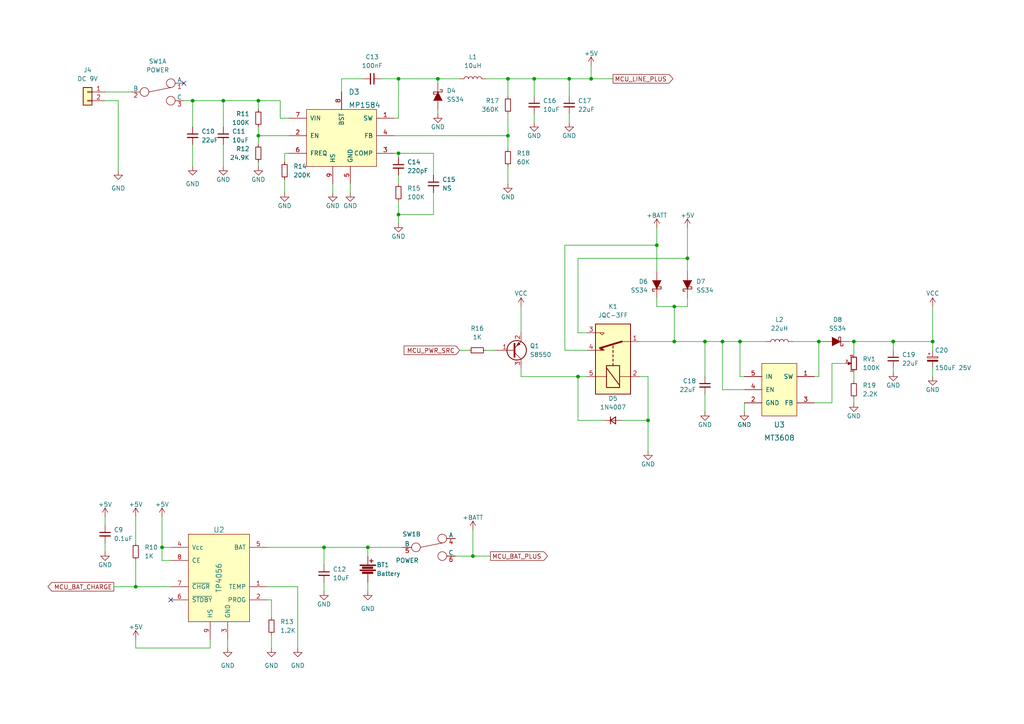
<source format=kicad_sch>
(kicad_sch (version 20211123) (generator eeschema)

  (uuid 0950f3bb-b0b5-482c-9d45-1c9d39710af5)

  (paper "A4")

  (lib_symbols
    (symbol "Connector_Generic:Conn_01x02" (pin_names (offset 1.016) hide) (in_bom yes) (on_board yes)
      (property "Reference" "J" (id 0) (at 0 2.54 0)
        (effects (font (size 1.27 1.27)))
      )
      (property "Value" "Conn_01x02" (id 1) (at 0 -5.08 0)
        (effects (font (size 1.27 1.27)))
      )
      (property "Footprint" "" (id 2) (at 0 0 0)
        (effects (font (size 1.27 1.27)) hide)
      )
      (property "Datasheet" "~" (id 3) (at 0 0 0)
        (effects (font (size 1.27 1.27)) hide)
      )
      (property "ki_keywords" "connector" (id 4) (at 0 0 0)
        (effects (font (size 1.27 1.27)) hide)
      )
      (property "ki_description" "Generic connector, single row, 01x02, script generated (kicad-library-utils/schlib/autogen/connector/)" (id 5) (at 0 0 0)
        (effects (font (size 1.27 1.27)) hide)
      )
      (property "ki_fp_filters" "Connector*:*_1x??_*" (id 6) (at 0 0 0)
        (effects (font (size 1.27 1.27)) hide)
      )
      (symbol "Conn_01x02_1_1"
        (rectangle (start -1.27 -2.413) (end 0 -2.667)
          (stroke (width 0.1524) (type default) (color 0 0 0 0))
          (fill (type none))
        )
        (rectangle (start -1.27 0.127) (end 0 -0.127)
          (stroke (width 0.1524) (type default) (color 0 0 0 0))
          (fill (type none))
        )
        (rectangle (start -1.27 1.27) (end 1.27 -3.81)
          (stroke (width 0.254) (type default) (color 0 0 0 0))
          (fill (type background))
        )
        (pin passive line (at -5.08 0 0) (length 3.81)
          (name "Pin_1" (effects (font (size 1.27 1.27))))
          (number "1" (effects (font (size 1.27 1.27))))
        )
        (pin passive line (at -5.08 -2.54 0) (length 3.81)
          (name "Pin_2" (effects (font (size 1.27 1.27))))
          (number "2" (effects (font (size 1.27 1.27))))
        )
      )
    )
    (symbol "Device:C_Polarized_Small" (pin_numbers hide) (pin_names (offset 0.254) hide) (in_bom yes) (on_board yes)
      (property "Reference" "C" (id 0) (at 0.254 1.778 0)
        (effects (font (size 1.27 1.27)) (justify left))
      )
      (property "Value" "C_Polarized_Small" (id 1) (at 0.254 -2.032 0)
        (effects (font (size 1.27 1.27)) (justify left))
      )
      (property "Footprint" "" (id 2) (at 0 0 0)
        (effects (font (size 1.27 1.27)) hide)
      )
      (property "Datasheet" "~" (id 3) (at 0 0 0)
        (effects (font (size 1.27 1.27)) hide)
      )
      (property "ki_keywords" "cap capacitor" (id 4) (at 0 0 0)
        (effects (font (size 1.27 1.27)) hide)
      )
      (property "ki_description" "Polarized capacitor, small symbol" (id 5) (at 0 0 0)
        (effects (font (size 1.27 1.27)) hide)
      )
      (property "ki_fp_filters" "CP_*" (id 6) (at 0 0 0)
        (effects (font (size 1.27 1.27)) hide)
      )
      (symbol "C_Polarized_Small_0_1"
        (rectangle (start -1.524 -0.3048) (end 1.524 -0.6858)
          (stroke (width 0) (type default) (color 0 0 0 0))
          (fill (type outline))
        )
        (rectangle (start -1.524 0.6858) (end 1.524 0.3048)
          (stroke (width 0) (type default) (color 0 0 0 0))
          (fill (type none))
        )
        (polyline
          (pts
            (xy -1.27 1.524)
            (xy -0.762 1.524)
          )
          (stroke (width 0) (type default) (color 0 0 0 0))
          (fill (type none))
        )
        (polyline
          (pts
            (xy -1.016 1.27)
            (xy -1.016 1.778)
          )
          (stroke (width 0) (type default) (color 0 0 0 0))
          (fill (type none))
        )
      )
      (symbol "C_Polarized_Small_1_1"
        (pin passive line (at 0 2.54 270) (length 1.8542)
          (name "~" (effects (font (size 1.27 1.27))))
          (number "1" (effects (font (size 1.27 1.27))))
        )
        (pin passive line (at 0 -2.54 90) (length 1.8542)
          (name "~" (effects (font (size 1.27 1.27))))
          (number "2" (effects (font (size 1.27 1.27))))
        )
      )
    )
    (symbol "Device:C_Small" (pin_numbers hide) (pin_names (offset 0.254) hide) (in_bom yes) (on_board yes)
      (property "Reference" "C" (id 0) (at 0.254 1.778 0)
        (effects (font (size 1.27 1.27)) (justify left))
      )
      (property "Value" "C_Small" (id 1) (at 0.254 -2.032 0)
        (effects (font (size 1.27 1.27)) (justify left))
      )
      (property "Footprint" "" (id 2) (at 0 0 0)
        (effects (font (size 1.27 1.27)) hide)
      )
      (property "Datasheet" "~" (id 3) (at 0 0 0)
        (effects (font (size 1.27 1.27)) hide)
      )
      (property "ki_keywords" "capacitor cap" (id 4) (at 0 0 0)
        (effects (font (size 1.27 1.27)) hide)
      )
      (property "ki_description" "Unpolarized capacitor, small symbol" (id 5) (at 0 0 0)
        (effects (font (size 1.27 1.27)) hide)
      )
      (property "ki_fp_filters" "C_*" (id 6) (at 0 0 0)
        (effects (font (size 1.27 1.27)) hide)
      )
      (symbol "C_Small_0_1"
        (polyline
          (pts
            (xy -1.524 -0.508)
            (xy 1.524 -0.508)
          )
          (stroke (width 0.3302) (type default) (color 0 0 0 0))
          (fill (type none))
        )
        (polyline
          (pts
            (xy -1.524 0.508)
            (xy 1.524 0.508)
          )
          (stroke (width 0.3048) (type default) (color 0 0 0 0))
          (fill (type none))
        )
      )
      (symbol "C_Small_1_1"
        (pin passive line (at 0 2.54 270) (length 2.032)
          (name "~" (effects (font (size 1.27 1.27))))
          (number "1" (effects (font (size 1.27 1.27))))
        )
        (pin passive line (at 0 -2.54 90) (length 2.032)
          (name "~" (effects (font (size 1.27 1.27))))
          (number "2" (effects (font (size 1.27 1.27))))
        )
      )
    )
    (symbol "Device:D_Small" (pin_numbers hide) (pin_names (offset 0.254) hide) (in_bom yes) (on_board yes)
      (property "Reference" "D" (id 0) (at -1.27 2.032 0)
        (effects (font (size 1.27 1.27)) (justify left))
      )
      (property "Value" "D_Small" (id 1) (at -3.81 -2.032 0)
        (effects (font (size 1.27 1.27)) (justify left))
      )
      (property "Footprint" "" (id 2) (at 0 0 90)
        (effects (font (size 1.27 1.27)) hide)
      )
      (property "Datasheet" "~" (id 3) (at 0 0 90)
        (effects (font (size 1.27 1.27)) hide)
      )
      (property "ki_keywords" "diode" (id 4) (at 0 0 0)
        (effects (font (size 1.27 1.27)) hide)
      )
      (property "ki_description" "Diode, small symbol" (id 5) (at 0 0 0)
        (effects (font (size 1.27 1.27)) hide)
      )
      (property "ki_fp_filters" "TO-???* *_Diode_* *SingleDiode* D_*" (id 6) (at 0 0 0)
        (effects (font (size 1.27 1.27)) hide)
      )
      (symbol "D_Small_0_1"
        (polyline
          (pts
            (xy -0.762 -1.016)
            (xy -0.762 1.016)
          )
          (stroke (width 0.254) (type default) (color 0 0 0 0))
          (fill (type none))
        )
        (polyline
          (pts
            (xy -0.762 0)
            (xy 0.762 0)
          )
          (stroke (width 0) (type default) (color 0 0 0 0))
          (fill (type none))
        )
        (polyline
          (pts
            (xy 0.762 -1.016)
            (xy -0.762 0)
            (xy 0.762 1.016)
            (xy 0.762 -1.016)
          )
          (stroke (width 0.254) (type default) (color 0 0 0 0))
          (fill (type none))
        )
      )
      (symbol "D_Small_1_1"
        (pin passive line (at -2.54 0 0) (length 1.778)
          (name "K" (effects (font (size 1.27 1.27))))
          (number "1" (effects (font (size 1.27 1.27))))
        )
        (pin passive line (at 2.54 0 180) (length 1.778)
          (name "A" (effects (font (size 1.27 1.27))))
          (number "2" (effects (font (size 1.27 1.27))))
        )
      )
    )
    (symbol "Device:L" (pin_numbers hide) (pin_names (offset 1.016) hide) (in_bom yes) (on_board yes)
      (property "Reference" "L" (id 0) (at -1.27 0 90)
        (effects (font (size 1.27 1.27)))
      )
      (property "Value" "L" (id 1) (at 1.905 0 90)
        (effects (font (size 1.27 1.27)))
      )
      (property "Footprint" "" (id 2) (at 0 0 0)
        (effects (font (size 1.27 1.27)) hide)
      )
      (property "Datasheet" "~" (id 3) (at 0 0 0)
        (effects (font (size 1.27 1.27)) hide)
      )
      (property "ki_keywords" "inductor choke coil reactor magnetic" (id 4) (at 0 0 0)
        (effects (font (size 1.27 1.27)) hide)
      )
      (property "ki_description" "Inductor" (id 5) (at 0 0 0)
        (effects (font (size 1.27 1.27)) hide)
      )
      (property "ki_fp_filters" "Choke_* *Coil* Inductor_* L_*" (id 6) (at 0 0 0)
        (effects (font (size 1.27 1.27)) hide)
      )
      (symbol "L_0_1"
        (arc (start 0 -2.54) (mid 0.635 -1.905) (end 0 -1.27)
          (stroke (width 0) (type default) (color 0 0 0 0))
          (fill (type none))
        )
        (arc (start 0 -1.27) (mid 0.635 -0.635) (end 0 0)
          (stroke (width 0) (type default) (color 0 0 0 0))
          (fill (type none))
        )
        (arc (start 0 0) (mid 0.635 0.635) (end 0 1.27)
          (stroke (width 0) (type default) (color 0 0 0 0))
          (fill (type none))
        )
        (arc (start 0 1.27) (mid 0.635 1.905) (end 0 2.54)
          (stroke (width 0) (type default) (color 0 0 0 0))
          (fill (type none))
        )
      )
      (symbol "L_1_1"
        (pin passive line (at 0 3.81 270) (length 1.27)
          (name "1" (effects (font (size 1.27 1.27))))
          (number "1" (effects (font (size 1.27 1.27))))
        )
        (pin passive line (at 0 -3.81 90) (length 1.27)
          (name "2" (effects (font (size 1.27 1.27))))
          (number "2" (effects (font (size 1.27 1.27))))
        )
      )
    )
    (symbol "Device:Q_PNP_BEC" (pin_names (offset 0) hide) (in_bom yes) (on_board yes)
      (property "Reference" "Q" (id 0) (at 5.08 1.27 0)
        (effects (font (size 1.27 1.27)) (justify left))
      )
      (property "Value" "Q_PNP_BEC" (id 1) (at 5.08 -1.27 0)
        (effects (font (size 1.27 1.27)) (justify left))
      )
      (property "Footprint" "" (id 2) (at 5.08 2.54 0)
        (effects (font (size 1.27 1.27)) hide)
      )
      (property "Datasheet" "~" (id 3) (at 0 0 0)
        (effects (font (size 1.27 1.27)) hide)
      )
      (property "ki_keywords" "transistor PNP" (id 4) (at 0 0 0)
        (effects (font (size 1.27 1.27)) hide)
      )
      (property "ki_description" "PNP transistor, base/emitter/collector" (id 5) (at 0 0 0)
        (effects (font (size 1.27 1.27)) hide)
      )
      (symbol "Q_PNP_BEC_0_1"
        (polyline
          (pts
            (xy 0.635 0.635)
            (xy 2.54 2.54)
          )
          (stroke (width 0) (type default) (color 0 0 0 0))
          (fill (type none))
        )
        (polyline
          (pts
            (xy 0.635 -0.635)
            (xy 2.54 -2.54)
            (xy 2.54 -2.54)
          )
          (stroke (width 0) (type default) (color 0 0 0 0))
          (fill (type none))
        )
        (polyline
          (pts
            (xy 0.635 1.905)
            (xy 0.635 -1.905)
            (xy 0.635 -1.905)
          )
          (stroke (width 0.508) (type default) (color 0 0 0 0))
          (fill (type none))
        )
        (polyline
          (pts
            (xy 2.286 -1.778)
            (xy 1.778 -2.286)
            (xy 1.27 -1.27)
            (xy 2.286 -1.778)
            (xy 2.286 -1.778)
          )
          (stroke (width 0) (type default) (color 0 0 0 0))
          (fill (type outline))
        )
        (circle (center 1.27 0) (radius 2.8194)
          (stroke (width 0.254) (type default) (color 0 0 0 0))
          (fill (type none))
        )
      )
      (symbol "Q_PNP_BEC_1_1"
        (pin input line (at -5.08 0 0) (length 5.715)
          (name "B" (effects (font (size 1.27 1.27))))
          (number "1" (effects (font (size 1.27 1.27))))
        )
        (pin passive line (at 2.54 -5.08 90) (length 2.54)
          (name "E" (effects (font (size 1.27 1.27))))
          (number "2" (effects (font (size 1.27 1.27))))
        )
        (pin passive line (at 2.54 5.08 270) (length 2.54)
          (name "C" (effects (font (size 1.27 1.27))))
          (number "3" (effects (font (size 1.27 1.27))))
        )
      )
    )
    (symbol "Device:R_Potentiometer_Small" (pin_names (offset 1.016) hide) (in_bom yes) (on_board yes)
      (property "Reference" "RV" (id 0) (at -4.445 0 90)
        (effects (font (size 1.27 1.27)))
      )
      (property "Value" "R_Potentiometer_Small" (id 1) (at -2.54 0 90)
        (effects (font (size 1.27 1.27)))
      )
      (property "Footprint" "" (id 2) (at 0 0 0)
        (effects (font (size 1.27 1.27)) hide)
      )
      (property "Datasheet" "~" (id 3) (at 0 0 0)
        (effects (font (size 1.27 1.27)) hide)
      )
      (property "ki_keywords" "resistor variable" (id 4) (at 0 0 0)
        (effects (font (size 1.27 1.27)) hide)
      )
      (property "ki_description" "Potentiometer" (id 5) (at 0 0 0)
        (effects (font (size 1.27 1.27)) hide)
      )
      (property "ki_fp_filters" "Potentiometer*" (id 6) (at 0 0 0)
        (effects (font (size 1.27 1.27)) hide)
      )
      (symbol "R_Potentiometer_Small_0_1"
        (polyline
          (pts
            (xy 0.889 0)
            (xy 0.635 0)
            (xy 1.651 0.381)
            (xy 1.651 -0.381)
            (xy 0.635 0)
            (xy 0.889 0)
          )
          (stroke (width 0) (type default) (color 0 0 0 0))
          (fill (type outline))
        )
        (rectangle (start 0.762 1.8034) (end -0.762 -1.8034)
          (stroke (width 0.254) (type default) (color 0 0 0 0))
          (fill (type none))
        )
      )
      (symbol "R_Potentiometer_Small_1_1"
        (pin passive line (at 0 2.54 270) (length 0.635)
          (name "1" (effects (font (size 0.635 0.635))))
          (number "1" (effects (font (size 0.635 0.635))))
        )
        (pin passive line (at 2.54 0 180) (length 0.9906)
          (name "2" (effects (font (size 0.635 0.635))))
          (number "2" (effects (font (size 0.635 0.635))))
        )
        (pin passive line (at 0 -2.54 90) (length 0.635)
          (name "3" (effects (font (size 0.635 0.635))))
          (number "3" (effects (font (size 0.635 0.635))))
        )
      )
    )
    (symbol "Device:R_Small" (pin_numbers hide) (pin_names (offset 0.254) hide) (in_bom yes) (on_board yes)
      (property "Reference" "R" (id 0) (at 0.762 0.508 0)
        (effects (font (size 1.27 1.27)) (justify left))
      )
      (property "Value" "R_Small" (id 1) (at 0.762 -1.016 0)
        (effects (font (size 1.27 1.27)) (justify left))
      )
      (property "Footprint" "" (id 2) (at 0 0 0)
        (effects (font (size 1.27 1.27)) hide)
      )
      (property "Datasheet" "~" (id 3) (at 0 0 0)
        (effects (font (size 1.27 1.27)) hide)
      )
      (property "ki_keywords" "R resistor" (id 4) (at 0 0 0)
        (effects (font (size 1.27 1.27)) hide)
      )
      (property "ki_description" "Resistor, small symbol" (id 5) (at 0 0 0)
        (effects (font (size 1.27 1.27)) hide)
      )
      (property "ki_fp_filters" "R_*" (id 6) (at 0 0 0)
        (effects (font (size 1.27 1.27)) hide)
      )
      (symbol "R_Small_0_1"
        (rectangle (start -0.762 1.778) (end 0.762 -1.778)
          (stroke (width 0.2032) (type default) (color 0 0 0 0))
          (fill (type none))
        )
      )
      (symbol "R_Small_1_1"
        (pin passive line (at 0 2.54 270) (length 0.762)
          (name "~" (effects (font (size 1.27 1.27))))
          (number "1" (effects (font (size 1.27 1.27))))
        )
        (pin passive line (at 0 -2.54 90) (length 0.762)
          (name "~" (effects (font (size 1.27 1.27))))
          (number "2" (effects (font (size 1.27 1.27))))
        )
      )
    )
    (symbol "Plumbing_Controller:JQC-3FF" (in_bom yes) (on_board yes)
      (property "Reference" "K" (id 0) (at 11.43 3.81 0)
        (effects (font (size 1.27 1.27)) (justify left))
      )
      (property "Value" "JQC-3FF" (id 1) (at 11.43 1.27 0)
        (effects (font (size 1.27 1.27)) (justify left))
      )
      (property "Footprint" "Plumbing_Controller:JQC-3FF" (id 2) (at 11.43 -1.27 0)
        (effects (font (size 1.27 1.27)) (justify left) hide)
      )
      (property "Datasheet" "" (id 3) (at 0 0 0)
        (effects (font (size 1.27 1.27)) hide)
      )
      (property "ki_keywords" "Relay" (id 4) (at 0 0 0)
        (effects (font (size 1.27 1.27)) hide)
      )
      (property "ki_description" "Relay" (id 5) (at 0 0 0)
        (effects (font (size 1.27 1.27)) hide)
      )
      (property "ki_fp_filters" "JQC-3FF" (id 6) (at 0 0 0)
        (effects (font (size 1.27 1.27)) hide)
      )
      (symbol "JQC-3FF_0_0"
        (polyline
          (pts
            (xy 2.54 5.08)
            (xy 2.54 2.54)
            (xy 3.175 3.175)
            (xy 2.54 3.81)
          )
          (stroke (width 0) (type default) (color 0 0 0 0))
          (fill (type outline))
        )
        (polyline
          (pts
            (xy 7.62 5.08)
            (xy 7.62 2.54)
            (xy 6.985 3.175)
            (xy 7.62 3.81)
          )
          (stroke (width 0) (type default) (color 0 0 0 0))
          (fill (type none))
        )
      )
      (symbol "JQC-3FF_0_1"
        (rectangle (start -10.16 5.08) (end 10.16 -5.08)
          (stroke (width 0.254) (type default) (color 0 0 0 0))
          (fill (type background))
        )
        (rectangle (start -8.255 1.905) (end -1.905 -1.905)
          (stroke (width 0.254) (type default) (color 0 0 0 0))
          (fill (type none))
        )
        (polyline
          (pts
            (xy -7.62 -1.905)
            (xy -2.54 1.905)
          )
          (stroke (width 0.254) (type default) (color 0 0 0 0))
          (fill (type none))
        )
        (polyline
          (pts
            (xy -5.08 -5.08)
            (xy -5.08 -1.905)
          )
          (stroke (width 0) (type default) (color 0 0 0 0))
          (fill (type none))
        )
        (polyline
          (pts
            (xy -5.08 5.08)
            (xy -5.08 1.905)
          )
          (stroke (width 0) (type default) (color 0 0 0 0))
          (fill (type none))
        )
        (polyline
          (pts
            (xy -1.905 0)
            (xy -1.27 0)
          )
          (stroke (width 0.254) (type default) (color 0 0 0 0))
          (fill (type none))
        )
        (polyline
          (pts
            (xy -0.635 0)
            (xy 0 0)
          )
          (stroke (width 0.254) (type default) (color 0 0 0 0))
          (fill (type none))
        )
        (polyline
          (pts
            (xy 0.635 0)
            (xy 1.27 0)
          )
          (stroke (width 0.254) (type default) (color 0 0 0 0))
          (fill (type none))
        )
        (polyline
          (pts
            (xy 1.905 0)
            (xy 2.54 0)
          )
          (stroke (width 0.254) (type default) (color 0 0 0 0))
          (fill (type none))
        )
        (polyline
          (pts
            (xy 3.175 0)
            (xy 3.81 0)
          )
          (stroke (width 0.254) (type default) (color 0 0 0 0))
          (fill (type none))
        )
        (polyline
          (pts
            (xy 5.08 -2.54)
            (xy 3.175 3.81)
          )
          (stroke (width 0.508) (type default) (color 0 0 0 0))
          (fill (type none))
        )
        (polyline
          (pts
            (xy 5.08 -2.54)
            (xy 5.08 -5.08)
          )
          (stroke (width 0) (type default) (color 0 0 0 0))
          (fill (type none))
        )
      )
      (symbol "JQC-3FF_1_1"
        (pin passive line (at 5.08 -7.62 90) (length 2.54)
          (name "~" (effects (font (size 1.27 1.27))))
          (number "1" (effects (font (size 1.27 1.27))))
        )
        (pin passive line (at -5.08 -7.62 90) (length 2.54)
          (name "~" (effects (font (size 1.27 1.27))))
          (number "2" (effects (font (size 1.27 1.27))))
        )
        (pin passive line (at 7.62 7.62 270) (length 2.54)
          (name "~" (effects (font (size 1.27 1.27))))
          (number "3" (effects (font (size 1.27 1.27))))
        )
        (pin passive line (at 2.54 7.62 270) (length 2.54)
          (name "~" (effects (font (size 1.27 1.27))))
          (number "4" (effects (font (size 1.27 1.27))))
        )
        (pin passive line (at -5.08 7.62 270) (length 2.54)
          (name "~" (effects (font (size 1.27 1.27))))
          (number "5" (effects (font (size 1.27 1.27))))
        )
      )
    )
    (symbol "plumbing_controller:MP1584" (pin_names (offset 1.016)) (in_bom yes) (on_board yes)
      (property "Reference" "D5" (id 0) (at 2.0194 12.7 0)
        (effects (font (size 1.524 1.524)) (justify left))
      )
      (property "Value" "MP1584" (id 1) (at 2.0194 8.89 0)
        (effects (font (size 1.524 1.524)) (justify left))
      )
      (property "Footprint" "plumbing_controller:SOIC-8-1EP_3.9x4.9mm_Pitch1.27mm" (id 2) (at 0 -10.16 0)
        (effects (font (size 1.524 1.524)) hide)
      )
      (property "Datasheet" "" (id 3) (at 0 0 0)
        (effects (font (size 1.524 1.524)))
      )
      (symbol "MP1584_0_1"
        (rectangle (start -10.16 7.62) (end 10.16 -8.89)
          (stroke (width 0) (type default) (color 0 0 0 0))
          (fill (type background))
        )
      )
      (symbol "MP1584_1_1"
        (pin input line (at 15.24 5.08 180) (length 5.08)
          (name "SW" (effects (font (size 1.27 1.27))))
          (number "1" (effects (font (size 1.27 1.27))))
        )
        (pin input line (at -15.24 0 0) (length 5.08)
          (name "EN" (effects (font (size 1.27 1.27))))
          (number "2" (effects (font (size 1.27 1.27))))
        )
        (pin input line (at 15.24 -5.08 180) (length 5.08)
          (name "COMP" (effects (font (size 1.27 1.27))))
          (number "3" (effects (font (size 1.27 1.27))))
        )
        (pin input line (at 15.24 0 180) (length 5.08)
          (name "FB" (effects (font (size 1.27 1.27))))
          (number "4" (effects (font (size 1.27 1.27))))
        )
        (pin input line (at 2.54 -13.97 90) (length 5.08)
          (name "GND" (effects (font (size 1.27 1.27))))
          (number "5" (effects (font (size 1.27 1.27))))
        )
        (pin input line (at -15.24 -5.08 0) (length 5.08)
          (name "FREQ" (effects (font (size 1.27 1.27))))
          (number "6" (effects (font (size 1.27 1.27))))
        )
        (pin input line (at -15.24 5.08 0) (length 5.08)
          (name "VIN" (effects (font (size 1.27 1.27))))
          (number "7" (effects (font (size 1.27 1.27))))
        )
        (pin input line (at 0 12.7 270) (length 5.08)
          (name "BST" (effects (font (size 1.27 1.27))))
          (number "8" (effects (font (size 1.27 1.27))))
        )
        (pin power_in line (at -2.54 -13.97 90) (length 5.08)
          (name "HS" (effects (font (size 1.27 1.27))))
          (number "9" (effects (font (size 1.27 1.27))))
        )
      )
    )
    (symbol "plumbing_controller:MT3608" (pin_names (offset 1.016)) (in_bom yes) (on_board yes)
      (property "Reference" "U3" (id 0) (at 0 -10.16 0)
        (effects (font (size 1.524 1.524)))
      )
      (property "Value" "MT3608" (id 1) (at 0 -13.97 0)
        (effects (font (size 1.524 1.524)))
      )
      (property "Footprint" "plumbing_controller:SOT-23-6" (id 2) (at 0 -10.16 0)
        (effects (font (size 1.524 1.524)) hide)
      )
      (property "Datasheet" "" (id 3) (at 0 -10.16 0)
        (effects (font (size 1.524 1.524)))
      )
      (symbol "MT3608_0_1"
        (rectangle (start -5.08 7.62) (end 5.08 -7.62)
          (stroke (width 0) (type default) (color 0 0 0 0))
          (fill (type background))
        )
      )
      (symbol "MT3608_1_1"
        (pin power_out line (at 10.16 3.81 180) (length 5.08)
          (name "SW" (effects (font (size 1.27 1.27))))
          (number "1" (effects (font (size 1.27 1.27))))
        )
        (pin power_in line (at -10.16 -3.81 0) (length 5.08)
          (name "GND" (effects (font (size 1.27 1.27))))
          (number "2" (effects (font (size 1.27 1.27))))
        )
        (pin power_out line (at 10.16 -3.81 180) (length 5.08)
          (name "FB" (effects (font (size 1.27 1.27))))
          (number "3" (effects (font (size 1.27 1.27))))
        )
        (pin power_out line (at -10.16 0 0) (length 5.08)
          (name "EN" (effects (font (size 1.27 1.27))))
          (number "4" (effects (font (size 1.27 1.27))))
        )
        (pin power_in line (at -10.16 3.81 0) (length 5.08)
          (name "IN" (effects (font (size 1.27 1.27))))
          (number "5" (effects (font (size 1.27 1.27))))
        )
        (pin no_connect line (at 10.16 0 180) (length 5.08) hide
          (name "NC" (effects (font (size 1.27 1.27))))
          (number "6" (effects (font (size 1.27 1.27))))
        )
      )
    )
    (symbol "plumbing_controller:TP4056" (pin_names (offset 1.016)) (in_bom yes) (on_board yes)
      (property "Reference" "U1" (id 0) (at 0 13.97 0)
        (effects (font (size 1.524 1.524)))
      )
      (property "Value" "TP4056" (id 1) (at 0 0 90)
        (effects (font (size 1.524 1.524)))
      )
      (property "Footprint" "wm_protect:SOIC-8-1EP_3.9x4.9mm_Pitch1.27mm" (id 2) (at 0 17.78 0)
        (effects (font (size 1.524 1.524)))
      )
      (property "Datasheet" "" (id 3) (at 0 0 0)
        (effects (font (size 1.524 1.524)))
      )
      (symbol "TP4056_0_1"
        (rectangle (start -8.89 12.7) (end 8.89 -12.7)
          (stroke (width 0) (type default) (color 0 0 0 0))
          (fill (type background))
        )
      )
      (symbol "TP4056_1_1"
        (pin input line (at 13.97 -2.54 180) (length 5.08)
          (name "TEMP" (effects (font (size 1.27 1.27))))
          (number "1" (effects (font (size 1.27 1.27))))
        )
        (pin input line (at 13.97 -6.35 180) (length 5.08)
          (name "PROG" (effects (font (size 1.27 1.27))))
          (number "2" (effects (font (size 1.27 1.27))))
        )
        (pin power_in line (at 2.54 -17.78 90) (length 5.08)
          (name "GND" (effects (font (size 1.27 1.27))))
          (number "3" (effects (font (size 1.27 1.27))))
        )
        (pin input line (at -13.97 8.89 0) (length 5.08)
          (name "Vcc" (effects (font (size 1.27 1.27))))
          (number "4" (effects (font (size 1.27 1.27))))
        )
        (pin power_out line (at 13.97 8.89 180) (length 5.08)
          (name "BAT" (effects (font (size 1.27 1.27))))
          (number "5" (effects (font (size 1.27 1.27))))
        )
        (pin output line (at -13.97 -6.35 0) (length 5.08)
          (name "~{STDBY}" (effects (font (size 1.27 1.27))))
          (number "6" (effects (font (size 1.27 1.27))))
        )
        (pin output line (at -13.97 -2.54 0) (length 5.08)
          (name "~{CHGR}" (effects (font (size 1.27 1.27))))
          (number "7" (effects (font (size 1.27 1.27))))
        )
        (pin input line (at -13.97 5.08 0) (length 5.08)
          (name "CE" (effects (font (size 1.27 1.27))))
          (number "8" (effects (font (size 1.27 1.27))))
        )
        (pin power_in line (at -2.54 -17.78 90) (length 5.08)
          (name "HS" (effects (font (size 1.27 1.27))))
          (number "9" (effects (font (size 1.27 1.27))))
        )
      )
    )
    (symbol "power:GND" (power) (pin_names (offset 0)) (in_bom yes) (on_board yes)
      (property "Reference" "#PWR" (id 0) (at 0 -6.35 0)
        (effects (font (size 1.27 1.27)) hide)
      )
      (property "Value" "GND" (id 1) (at 0 -3.81 0)
        (effects (font (size 1.27 1.27)))
      )
      (property "Footprint" "" (id 2) (at 0 0 0)
        (effects (font (size 1.27 1.27)) hide)
      )
      (property "Datasheet" "" (id 3) (at 0 0 0)
        (effects (font (size 1.27 1.27)) hide)
      )
      (property "ki_keywords" "power-flag" (id 4) (at 0 0 0)
        (effects (font (size 1.27 1.27)) hide)
      )
      (property "ki_description" "Power symbol creates a global label with name \"GND\" , ground" (id 5) (at 0 0 0)
        (effects (font (size 1.27 1.27)) hide)
      )
      (symbol "GND_0_1"
        (polyline
          (pts
            (xy 0 0)
            (xy 0 -1.27)
            (xy 1.27 -1.27)
            (xy 0 -2.54)
            (xy -1.27 -1.27)
            (xy 0 -1.27)
          )
          (stroke (width 0) (type default) (color 0 0 0 0))
          (fill (type none))
        )
      )
      (symbol "GND_1_1"
        (pin power_in line (at 0 0 270) (length 0) hide
          (name "GND" (effects (font (size 1.27 1.27))))
          (number "1" (effects (font (size 1.27 1.27))))
        )
      )
    )
    (symbol "power:VCC" (power) (pin_names (offset 0)) (in_bom yes) (on_board yes)
      (property "Reference" "#PWR" (id 0) (at 0 -3.81 0)
        (effects (font (size 1.27 1.27)) hide)
      )
      (property "Value" "VCC" (id 1) (at 0 3.81 0)
        (effects (font (size 1.27 1.27)))
      )
      (property "Footprint" "" (id 2) (at 0 0 0)
        (effects (font (size 1.27 1.27)) hide)
      )
      (property "Datasheet" "" (id 3) (at 0 0 0)
        (effects (font (size 1.27 1.27)) hide)
      )
      (property "ki_keywords" "power-flag" (id 4) (at 0 0 0)
        (effects (font (size 1.27 1.27)) hide)
      )
      (property "ki_description" "Power symbol creates a global label with name \"VCC\"" (id 5) (at 0 0 0)
        (effects (font (size 1.27 1.27)) hide)
      )
      (symbol "VCC_0_1"
        (polyline
          (pts
            (xy -0.762 1.27)
            (xy 0 2.54)
          )
          (stroke (width 0) (type default) (color 0 0 0 0))
          (fill (type none))
        )
        (polyline
          (pts
            (xy 0 0)
            (xy 0 2.54)
          )
          (stroke (width 0) (type default) (color 0 0 0 0))
          (fill (type none))
        )
        (polyline
          (pts
            (xy 0 2.54)
            (xy 0.762 1.27)
          )
          (stroke (width 0) (type default) (color 0 0 0 0))
          (fill (type none))
        )
      )
      (symbol "VCC_1_1"
        (pin power_in line (at 0 0 90) (length 0) hide
          (name "VCC" (effects (font (size 1.27 1.27))))
          (number "1" (effects (font (size 1.27 1.27))))
        )
      )
    )
    (symbol "wm_protect-rescue:+5V" (power) (pin_names (offset 0)) (in_bom yes) (on_board yes)
      (property "Reference" "#PWR" (id 0) (at 0 -3.81 0)
        (effects (font (size 1.27 1.27)) hide)
      )
      (property "Value" "+5V" (id 1) (at 0 3.556 0)
        (effects (font (size 1.27 1.27)))
      )
      (property "Footprint" "" (id 2) (at 0 0 0)
        (effects (font (size 1.27 1.27)))
      )
      (property "Datasheet" "" (id 3) (at 0 0 0)
        (effects (font (size 1.27 1.27)))
      )
      (symbol "+5V_0_1"
        (polyline
          (pts
            (xy -0.762 1.27)
            (xy 0 2.54)
          )
          (stroke (width 0) (type default) (color 0 0 0 0))
          (fill (type none))
        )
        (polyline
          (pts
            (xy 0 0)
            (xy 0 2.54)
          )
          (stroke (width 0) (type default) (color 0 0 0 0))
          (fill (type none))
        )
        (polyline
          (pts
            (xy 0 2.54)
            (xy 0.762 1.27)
          )
          (stroke (width 0) (type default) (color 0 0 0 0))
          (fill (type none))
        )
      )
      (symbol "+5V_1_1"
        (pin power_in line (at 0 0 90) (length 0) hide
          (name "+5V" (effects (font (size 1.27 1.27))))
          (number "1" (effects (font (size 1.27 1.27))))
        )
      )
    )
    (symbol "wm_protect-rescue:+BATT" (power) (pin_names (offset 0)) (in_bom yes) (on_board yes)
      (property "Reference" "#PWR" (id 0) (at 0 -3.81 0)
        (effects (font (size 1.27 1.27)) hide)
      )
      (property "Value" "+BATT" (id 1) (at 0 3.556 0)
        (effects (font (size 1.27 1.27)))
      )
      (property "Footprint" "" (id 2) (at 0 0 0)
        (effects (font (size 1.27 1.27)))
      )
      (property "Datasheet" "" (id 3) (at 0 0 0)
        (effects (font (size 1.27 1.27)))
      )
      (symbol "+BATT_0_1"
        (polyline
          (pts
            (xy -0.762 1.27)
            (xy 0 2.54)
          )
          (stroke (width 0) (type default) (color 0 0 0 0))
          (fill (type none))
        )
        (polyline
          (pts
            (xy 0 0)
            (xy 0 2.54)
          )
          (stroke (width 0) (type default) (color 0 0 0 0))
          (fill (type none))
        )
        (polyline
          (pts
            (xy 0 2.54)
            (xy 0.762 1.27)
          )
          (stroke (width 0) (type default) (color 0 0 0 0))
          (fill (type none))
        )
      )
      (symbol "+BATT_1_1"
        (pin power_in line (at 0 0 90) (length 0) hide
          (name "+BATT" (effects (font (size 1.27 1.27))))
          (number "1" (effects (font (size 1.27 1.27))))
        )
      )
    )
    (symbol "wm_protect-rescue:Battery" (pin_numbers hide) (pin_names (offset 0)) (in_bom yes) (on_board yes)
      (property "Reference" "BT" (id 0) (at 2.54 1.27 0)
        (effects (font (size 1.27 1.27)) (justify left))
      )
      (property "Value" "Battery" (id 1) (at 2.54 -1.27 0)
        (effects (font (size 1.27 1.27)) (justify left))
      )
      (property "Footprint" "" (id 2) (at 0 1.016 90)
        (effects (font (size 1.27 1.27)))
      )
      (property "Datasheet" "" (id 3) (at 0 1.016 90)
        (effects (font (size 1.27 1.27)))
      )
      (symbol "Battery_0_1"
        (rectangle (start -2.286 -0.1778) (end 2.286 -0.4318)
          (stroke (width 0) (type default) (color 0 0 0 0))
          (fill (type outline))
        )
        (rectangle (start -2.286 1.27) (end 2.286 1.016)
          (stroke (width 0) (type default) (color 0 0 0 0))
          (fill (type outline))
        )
        (rectangle (start -1.5748 -0.762) (end 1.4732 -1.27)
          (stroke (width 0) (type default) (color 0 0 0 0))
          (fill (type outline))
        )
        (rectangle (start -1.5748 0.6858) (end 1.4732 0.1778)
          (stroke (width 0) (type default) (color 0 0 0 0))
          (fill (type outline))
        )
        (polyline
          (pts
            (xy 0.508 2.413)
            (xy 1.524 2.413)
          )
          (stroke (width 0.254) (type default) (color 0 0 0 0))
          (fill (type none))
        )
        (polyline
          (pts
            (xy 1.016 2.921)
            (xy 1.016 1.905)
          )
          (stroke (width 0.254) (type default) (color 0 0 0 0))
          (fill (type none))
        )
      )
      (symbol "Battery_1_1"
        (pin passive line (at 0 3.81 270) (length 2.54)
          (name "~" (effects (font (size 1.27 1.27))))
          (number "1" (effects (font (size 1.27 1.27))))
        )
        (pin passive line (at 0 -3.81 90) (length 2.54)
          (name "~" (effects (font (size 1.27 1.27))))
          (number "2" (effects (font (size 1.27 1.27))))
        )
      )
    )
    (symbol "wm_protect-rescue:D_Schottky" (pin_numbers hide) (pin_names (offset 1.016) hide) (in_bom yes) (on_board yes)
      (property "Reference" "D" (id 0) (at 0 2.54 0)
        (effects (font (size 1.27 1.27)))
      )
      (property "Value" "D_Schottky" (id 1) (at 0 -2.54 0)
        (effects (font (size 1.27 1.27)))
      )
      (property "Footprint" "" (id 2) (at 0 0 0)
        (effects (font (size 1.27 1.27)))
      )
      (property "Datasheet" "" (id 3) (at 0 0 0)
        (effects (font (size 1.27 1.27)))
      )
      (property "ki_fp_filters" "D-Pak_TO252AA Diode_* *SingleDiode *SingleDiode* *_Diode_*" (id 4) (at 0 0 0)
        (effects (font (size 1.27 1.27)) hide)
      )
      (symbol "D_Schottky_0_1"
        (polyline
          (pts
            (xy 1.27 1.27)
            (xy -1.27 0)
            (xy 1.27 -1.27)
          )
          (stroke (width 0) (type default) (color 0 0 0 0))
          (fill (type outline))
        )
        (polyline
          (pts
            (xy -1.905 0.635)
            (xy -1.905 1.27)
            (xy -1.27 1.27)
            (xy -1.27 -1.27)
            (xy -0.635 -1.27)
            (xy -0.635 -0.635)
          )
          (stroke (width 0.2032) (type default) (color 0 0 0 0))
          (fill (type none))
        )
      )
      (symbol "D_Schottky_1_1"
        (pin passive line (at -3.81 0 0) (length 2.54)
          (name "K" (effects (font (size 1.27 1.27))))
          (number "1" (effects (font (size 1.27 1.27))))
        )
        (pin passive line (at 3.81 0 180) (length 2.54)
          (name "A" (effects (font (size 1.27 1.27))))
          (number "2" (effects (font (size 1.27 1.27))))
        )
      )
    )
    (symbol "wm_protect-rescue:Switch_SPDT_x2" (pin_names (offset 0)) (in_bom yes) (on_board yes)
      (property "Reference" "SW" (id 0) (at -5.08 3.81 0)
        (effects (font (size 1.27 1.27)))
      )
      (property "Value" "Switch_SPDT_x2" (id 1) (at -6.35 -3.81 0)
        (effects (font (size 1.27 1.27)))
      )
      (property "Footprint" "" (id 2) (at 0 0 0)
        (effects (font (size 1.27 1.27)))
      )
      (property "Datasheet" "" (id 3) (at 0 0 0)
        (effects (font (size 1.27 1.27)))
      )
      (symbol "Switch_SPDT_x2_0_0"
        (circle (center -3.81 0) (radius 1.27)
          (stroke (width 0) (type default) (color 0 0 0 0))
          (fill (type none))
        )
        (circle (center 3.81 -2.54) (radius 1.27)
          (stroke (width 0) (type default) (color 0 0 0 0))
          (fill (type none))
        )
      )
      (symbol "Switch_SPDT_x2_0_1"
        (polyline
          (pts
            (xy -2.54 0)
            (xy 3.81 1.27)
          )
          (stroke (width 0) (type default) (color 0 0 0 0))
          (fill (type none))
        )
        (circle (center 3.81 2.54) (radius 1.27)
          (stroke (width 0) (type default) (color 0 0 0 0))
          (fill (type none))
        )
      )
      (symbol "Switch_SPDT_x2_1_1"
        (pin passive line (at 7.62 2.54 180) (length 2.54)
          (name "A" (effects (font (size 1.27 1.27))))
          (number "1" (effects (font (size 1.27 1.27))))
        )
        (pin passive line (at -7.62 0 0) (length 2.54)
          (name "B" (effects (font (size 1.27 1.27))))
          (number "2" (effects (font (size 1.27 1.27))))
        )
        (pin passive line (at 7.62 -2.54 180) (length 2.54)
          (name "C" (effects (font (size 1.27 1.27))))
          (number "3" (effects (font (size 1.27 1.27))))
        )
      )
      (symbol "Switch_SPDT_x2_2_1"
        (pin passive line (at 7.62 2.54 180) (length 2.54)
          (name "A" (effects (font (size 1.27 1.27))))
          (number "4" (effects (font (size 1.27 1.27))))
        )
        (pin passive line (at -7.62 0 0) (length 2.54)
          (name "B" (effects (font (size 1.27 1.27))))
          (number "5" (effects (font (size 1.27 1.27))))
        )
        (pin passive line (at 7.62 -2.54 180) (length 2.54)
          (name "C" (effects (font (size 1.27 1.27))))
          (number "6" (effects (font (size 1.27 1.27))))
        )
      )
    )
  )

  (junction (at 46.99 158.75) (diameter 0) (color 0 0 0 0)
    (uuid 012ddd5d-f22b-42fc-a44d-e49708e292e1)
  )
  (junction (at 137.16 161.29) (diameter 0) (color 0 0 0 0)
    (uuid 0396fedf-d44b-4b9f-ba01-ab477ccd339a)
  )
  (junction (at 74.93 29.21) (diameter 0) (color 0 0 0 0)
    (uuid 06592d38-49bc-4b9f-91ff-6dd2cb4eb498)
  )
  (junction (at 187.96 121.92) (diameter 0) (color 0 0 0 0)
    (uuid 0996b9e6-21aa-4f96-b760-fc893dca38d1)
  )
  (junction (at 195.58 99.06) (diameter 0) (color 0 0 0 0)
    (uuid 29e4342a-324e-4cb8-b4d8-bffec73d4bc8)
  )
  (junction (at 190.5 71.12) (diameter 0) (color 0 0 0 0)
    (uuid 2a0afc1f-ff35-433f-a6a5-7e398fc605b9)
  )
  (junction (at 270.51 99.06) (diameter 0) (color 0 0 0 0)
    (uuid 32704d5a-954c-421b-ad3c-ad141bcfe9b6)
  )
  (junction (at 259.08 99.06) (diameter 0) (color 0 0 0 0)
    (uuid 36f13647-d25f-40f3-b570-ded54901b5cd)
  )
  (junction (at 167.64 109.22) (diameter 0) (color 0 0 0 0)
    (uuid 39f8addb-47e4-43c5-87d4-ab1a7816accb)
  )
  (junction (at 64.77 29.21) (diameter 0) (color 0 0 0 0)
    (uuid 3d806c16-f5ab-4e64-854f-40f2a91f6137)
  )
  (junction (at 74.93 39.37) (diameter 0) (color 0 0 0 0)
    (uuid 56b9f207-d5d0-4a29-8d1a-a15364b4b966)
  )
  (junction (at 55.88 29.21) (diameter 0) (color 0 0 0 0)
    (uuid 5b131d99-a3dd-48d9-a4fb-dd5e4cc623bd)
  )
  (junction (at 115.57 44.45) (diameter 0) (color 0 0 0 0)
    (uuid 65d13818-9d06-4aef-8ca2-48a45e539299)
  )
  (junction (at 171.45 22.86) (diameter 0) (color 0 0 0 0)
    (uuid 6e6c07bd-ff7c-44aa-b25f-2d492abe8ed4)
  )
  (junction (at 127 22.86) (diameter 0) (color 0 0 0 0)
    (uuid 6e71f5a3-9caa-4809-afff-1e5ccedd34b6)
  )
  (junction (at 165.1 22.86) (diameter 0) (color 0 0 0 0)
    (uuid 7c930831-1e42-41c3-8788-fc67e6c4b434)
  )
  (junction (at 209.55 99.06) (diameter 0) (color 0 0 0 0)
    (uuid 7e7aa480-7551-44cf-9afa-eda0390d7b3c)
  )
  (junction (at 115.57 62.23) (diameter 0) (color 0 0 0 0)
    (uuid 8c6050b8-2843-4b07-a0f6-256ee8f46df0)
  )
  (junction (at 39.37 170.18) (diameter 0) (color 0 0 0 0)
    (uuid 8f9d1534-2595-47e7-afb7-f511182cfe42)
  )
  (junction (at 93.98 158.75) (diameter 0) (color 0 0 0 0)
    (uuid b5da80a1-a86c-4f27-b88c-31f6c8420d9f)
  )
  (junction (at 154.94 22.86) (diameter 0) (color 0 0 0 0)
    (uuid be05992a-25bc-49d5-ae47-3cc400028fa7)
  )
  (junction (at 147.32 22.86) (diameter 0) (color 0 0 0 0)
    (uuid bf4a4bc6-4ebd-4d40-aec2-c6bee884d8f8)
  )
  (junction (at 214.63 99.06) (diameter 0) (color 0 0 0 0)
    (uuid c18483ae-34e6-4bfc-8b3a-398361866254)
  )
  (junction (at 115.57 22.86) (diameter 0) (color 0 0 0 0)
    (uuid c88741c6-e9f9-49ae-988c-e11e93616d3e)
  )
  (junction (at 106.68 158.75) (diameter 0) (color 0 0 0 0)
    (uuid ce6168a2-11b2-46a7-b6ee-540b893f9b29)
  )
  (junction (at 147.32 39.37) (diameter 0) (color 0 0 0 0)
    (uuid d4134f37-1da0-451f-bff6-95c91117668e)
  )
  (junction (at 247.65 99.06) (diameter 0) (color 0 0 0 0)
    (uuid da37a937-c4b5-4b59-b205-4b76123f0bbf)
  )
  (junction (at 195.58 88.9) (diameter 0) (color 0 0 0 0)
    (uuid dad3cea7-1b84-4837-828f-b629a9fbb22f)
  )
  (junction (at 204.47 99.06) (diameter 0) (color 0 0 0 0)
    (uuid e7af7fd6-578f-4b24-8a1c-4452cdd2c8d5)
  )
  (junction (at 199.39 74.93) (diameter 0) (color 0 0 0 0)
    (uuid f0c01e27-a465-4594-9e1b-e9294a2a0cef)
  )
  (junction (at 237.49 99.06) (diameter 0) (color 0 0 0 0)
    (uuid f1fb2f02-daf3-4987-9455-c3a1242a7805)
  )

  (no_connect (at 49.53 173.99) (uuid 08cb2d27-2800-4c81-be25-1ad2c402a7ac))
  (no_connect (at 53.34 24.13) (uuid 83c33479-662f-450c-9d14-f540f8416ac8))

  (wire (pts (xy 147.32 22.86) (xy 147.32 27.94))
    (stroke (width 0) (type default) (color 0 0 0 0))
    (uuid 05597760-3050-4edb-a3a4-044422227aa8)
  )
  (wire (pts (xy 190.5 86.36) (xy 190.5 88.9))
    (stroke (width 0) (type default) (color 0 0 0 0))
    (uuid 05bca7c7-43f6-42f0-94b7-9483065d7fa7)
  )
  (wire (pts (xy 165.1 22.86) (xy 171.45 22.86))
    (stroke (width 0) (type default) (color 0 0 0 0))
    (uuid 07ba6667-a5af-4047-8e78-b6213bec20c9)
  )
  (wire (pts (xy 215.9 113.03) (xy 209.55 113.03))
    (stroke (width 0) (type default) (color 0 0 0 0))
    (uuid 0ad5cc01-2fdf-4ead-baa1-c708e577e69f)
  )
  (wire (pts (xy 106.68 168.91) (xy 106.68 171.45))
    (stroke (width 0) (type default) (color 0 0 0 0))
    (uuid 0ae34f3e-ee38-4b0c-966b-1ed4b66bddf1)
  )
  (wire (pts (xy 49.53 158.75) (xy 46.99 158.75))
    (stroke (width 0) (type default) (color 0 0 0 0))
    (uuid 0db2fd8a-81bd-4ce5-9482-f0b508e4517f)
  )
  (wire (pts (xy 187.96 121.92) (xy 180.34 121.92))
    (stroke (width 0) (type default) (color 0 0 0 0))
    (uuid 0e2531c5-ab24-4f27-8fa7-fe7c8e70ca25)
  )
  (wire (pts (xy 165.1 35.56) (xy 165.1 33.02))
    (stroke (width 0) (type default) (color 0 0 0 0))
    (uuid 0f29fb8f-c3d7-4d91-a7ca-2eb745623c12)
  )
  (wire (pts (xy 140.97 101.6) (xy 143.51 101.6))
    (stroke (width 0) (type default) (color 0 0 0 0))
    (uuid 0fcb90a6-0172-460a-bd52-c3f00de8a523)
  )
  (wire (pts (xy 151.13 106.68) (xy 151.13 109.22))
    (stroke (width 0) (type default) (color 0 0 0 0))
    (uuid 123366f9-d834-400e-8aca-bc2f433b9b31)
  )
  (wire (pts (xy 259.08 99.06) (xy 259.08 101.6))
    (stroke (width 0) (type default) (color 0 0 0 0))
    (uuid 1a3f7080-dead-4318-a390-3530f1255dee)
  )
  (wire (pts (xy 82.55 46.99) (xy 82.55 44.45))
    (stroke (width 0) (type default) (color 0 0 0 0))
    (uuid 1b87f2c5-b422-42e2-9c14-a7f3d0acf2bd)
  )
  (wire (pts (xy 195.58 88.9) (xy 195.58 99.06))
    (stroke (width 0) (type default) (color 0 0 0 0))
    (uuid 1cfb3cb7-d76a-4611-ae40-07c8a5babe55)
  )
  (wire (pts (xy 115.57 22.86) (xy 115.57 34.29))
    (stroke (width 0) (type default) (color 0 0 0 0))
    (uuid 1d9af88a-276c-41be-844e-fa6737702151)
  )
  (wire (pts (xy 195.58 99.06) (xy 204.47 99.06))
    (stroke (width 0) (type default) (color 0 0 0 0))
    (uuid 1ff99c4d-413a-42ee-8ae5-0bf9d07f1a1c)
  )
  (wire (pts (xy 34.29 29.21) (xy 34.29 49.53))
    (stroke (width 0) (type default) (color 0 0 0 0))
    (uuid 20525c9a-89be-4841-b3c4-765b1987a7db)
  )
  (wire (pts (xy 137.16 153.67) (xy 137.16 161.29))
    (stroke (width 0) (type default) (color 0 0 0 0))
    (uuid 242f9bcd-9584-4b64-a3cf-38a38a9d036e)
  )
  (wire (pts (xy 64.77 48.26) (xy 64.77 41.91))
    (stroke (width 0) (type default) (color 0 0 0 0))
    (uuid 253c20e2-66aa-4e84-b645-8d069d164fd7)
  )
  (wire (pts (xy 214.63 99.06) (xy 222.25 99.06))
    (stroke (width 0) (type default) (color 0 0 0 0))
    (uuid 26afd7eb-c70c-4fd2-8a64-0f8b8834b718)
  )
  (wire (pts (xy 154.94 35.56) (xy 154.94 33.02))
    (stroke (width 0) (type default) (color 0 0 0 0))
    (uuid 279e3f4f-e293-4e52-bd6e-57975771af5c)
  )
  (wire (pts (xy 185.42 109.22) (xy 187.96 109.22))
    (stroke (width 0) (type default) (color 0 0 0 0))
    (uuid 291c4d2b-05a3-47c6-9902-b79dc5faffbf)
  )
  (wire (pts (xy 55.88 29.21) (xy 64.77 29.21))
    (stroke (width 0) (type default) (color 0 0 0 0))
    (uuid 29df3519-c812-4677-9acf-cdd06f85a87a)
  )
  (wire (pts (xy 204.47 99.06) (xy 204.47 109.22))
    (stroke (width 0) (type default) (color 0 0 0 0))
    (uuid 2d33dbc9-82de-4549-81e2-4337c9c657e1)
  )
  (wire (pts (xy 46.99 158.75) (xy 46.99 162.56))
    (stroke (width 0) (type default) (color 0 0 0 0))
    (uuid 2ee91aad-ce19-497c-ace1-98d7b4dba2b4)
  )
  (wire (pts (xy 39.37 170.18) (xy 49.53 170.18))
    (stroke (width 0) (type default) (color 0 0 0 0))
    (uuid 2f2df38f-3649-4479-bbf4-3fa306cd39cc)
  )
  (wire (pts (xy 115.57 22.86) (xy 127 22.86))
    (stroke (width 0) (type default) (color 0 0 0 0))
    (uuid 325e3f9e-40e3-4c13-a21a-ec63d3392853)
  )
  (wire (pts (xy 74.93 39.37) (xy 83.82 39.37))
    (stroke (width 0) (type default) (color 0 0 0 0))
    (uuid 34d7089e-d6ed-4fc4-ba71-04446238c850)
  )
  (wire (pts (xy 74.93 29.21) (xy 81.28 29.21))
    (stroke (width 0) (type default) (color 0 0 0 0))
    (uuid 3737f3e4-d05e-4217-9330-790cd5b8b4f5)
  )
  (wire (pts (xy 237.49 109.22) (xy 236.22 109.22))
    (stroke (width 0) (type default) (color 0 0 0 0))
    (uuid 37f49524-9bcc-4916-ae4e-f0d81e427f28)
  )
  (wire (pts (xy 167.64 109.22) (xy 151.13 109.22))
    (stroke (width 0) (type default) (color 0 0 0 0))
    (uuid 392bdf43-dfe3-4fde-8e5d-e1485eddc074)
  )
  (wire (pts (xy 247.65 99.06) (xy 259.08 99.06))
    (stroke (width 0) (type default) (color 0 0 0 0))
    (uuid 3983745b-acbc-4dc5-8501-589702ebf38c)
  )
  (wire (pts (xy 190.5 88.9) (xy 195.58 88.9))
    (stroke (width 0) (type default) (color 0 0 0 0))
    (uuid 3b8220ec-7256-4a1c-819b-70151e3d67fc)
  )
  (wire (pts (xy 125.73 62.23) (xy 125.73 55.88))
    (stroke (width 0) (type default) (color 0 0 0 0))
    (uuid 3beb9efe-5424-41d7-ac41-626ddbd6657f)
  )
  (wire (pts (xy 247.65 99.06) (xy 247.65 102.87))
    (stroke (width 0) (type default) (color 0 0 0 0))
    (uuid 3c6cf348-85e3-4ec1-961e-22380598cb7b)
  )
  (wire (pts (xy 154.94 22.86) (xy 165.1 22.86))
    (stroke (width 0) (type default) (color 0 0 0 0))
    (uuid 436c9217-8cef-432b-8568-d715a6c37e44)
  )
  (wire (pts (xy 77.47 173.99) (xy 78.74 173.99))
    (stroke (width 0) (type default) (color 0 0 0 0))
    (uuid 55ab05fe-99be-4b56-bb47-12c01c31326e)
  )
  (wire (pts (xy 209.55 99.06) (xy 214.63 99.06))
    (stroke (width 0) (type default) (color 0 0 0 0))
    (uuid 568136b8-bfd4-4816-a22d-fbe7737305c3)
  )
  (wire (pts (xy 133.35 101.6) (xy 135.89 101.6))
    (stroke (width 0) (type default) (color 0 0 0 0))
    (uuid 56b1be39-b90a-4d3a-9480-cbc2db16fbe0)
  )
  (wire (pts (xy 53.34 29.21) (xy 55.88 29.21))
    (stroke (width 0) (type default) (color 0 0 0 0))
    (uuid 59621be0-3ff2-4e8c-a528-b675f4ff37bd)
  )
  (wire (pts (xy 246.38 99.06) (xy 247.65 99.06))
    (stroke (width 0) (type default) (color 0 0 0 0))
    (uuid 59b504cf-5fe3-422f-a953-05ca133bbc3e)
  )
  (wire (pts (xy 195.58 88.9) (xy 199.39 88.9))
    (stroke (width 0) (type default) (color 0 0 0 0))
    (uuid 5a429a45-b001-46fe-b925-1ae339416736)
  )
  (wire (pts (xy 163.83 71.12) (xy 190.5 71.12))
    (stroke (width 0) (type default) (color 0 0 0 0))
    (uuid 5b35718a-e553-4c47-985a-495b64c2843e)
  )
  (wire (pts (xy 39.37 185.42) (xy 39.37 187.96))
    (stroke (width 0) (type default) (color 0 0 0 0))
    (uuid 5d84a7d8-2da5-4468-8a21-e3ed8a8a98e8)
  )
  (wire (pts (xy 60.96 187.96) (xy 60.96 185.42))
    (stroke (width 0) (type default) (color 0 0 0 0))
    (uuid 5eb02ec8-8c9d-48aa-a2d2-18b3994d13ae)
  )
  (wire (pts (xy 66.04 185.42) (xy 66.04 187.96))
    (stroke (width 0) (type default) (color 0 0 0 0))
    (uuid 5eb19e0e-1eb1-444b-a1a6-db7e06f45bd0)
  )
  (wire (pts (xy 185.42 99.06) (xy 195.58 99.06))
    (stroke (width 0) (type default) (color 0 0 0 0))
    (uuid 5fde9445-30da-439f-9c6d-7a5c05d51cc2)
  )
  (wire (pts (xy 204.47 114.3) (xy 204.47 119.38))
    (stroke (width 0) (type default) (color 0 0 0 0))
    (uuid 60fe603c-e3f7-43c8-8ae6-3f6408a4e925)
  )
  (wire (pts (xy 190.5 66.04) (xy 190.5 71.12))
    (stroke (width 0) (type default) (color 0 0 0 0))
    (uuid 656d510d-95e2-4967-a557-22ddfcf72148)
  )
  (wire (pts (xy 81.28 34.29) (xy 83.82 34.29))
    (stroke (width 0) (type default) (color 0 0 0 0))
    (uuid 671167b6-0ce3-4b1e-b1c2-9d79b7ac8836)
  )
  (wire (pts (xy 39.37 149.86) (xy 39.37 157.48))
    (stroke (width 0) (type default) (color 0 0 0 0))
    (uuid 674e626d-93c7-4ee4-869b-003c7a8d4483)
  )
  (wire (pts (xy 165.1 22.86) (xy 165.1 27.94))
    (stroke (width 0) (type default) (color 0 0 0 0))
    (uuid 679bcd1a-3066-48a2-bea4-c5eccbc80643)
  )
  (wire (pts (xy 204.47 99.06) (xy 209.55 99.06))
    (stroke (width 0) (type default) (color 0 0 0 0))
    (uuid 6b542e21-cc2f-4f84-878f-b27a105e721d)
  )
  (wire (pts (xy 86.36 170.18) (xy 86.36 187.96))
    (stroke (width 0) (type default) (color 0 0 0 0))
    (uuid 6c6b7a94-3ad7-4894-b160-81d69135ed45)
  )
  (wire (pts (xy 64.77 29.21) (xy 74.93 29.21))
    (stroke (width 0) (type default) (color 0 0 0 0))
    (uuid 6c6b92c8-13a6-4640-8978-b8112e55711b)
  )
  (wire (pts (xy 55.88 48.26) (xy 55.88 41.91))
    (stroke (width 0) (type default) (color 0 0 0 0))
    (uuid 6c9a9e5e-b986-4444-ba36-1e9c289bd18c)
  )
  (wire (pts (xy 247.65 115.57) (xy 247.65 116.84))
    (stroke (width 0) (type default) (color 0 0 0 0))
    (uuid 6cb5c0f9-1793-4cc2-bd44-dab36faec6de)
  )
  (wire (pts (xy 110.49 22.86) (xy 115.57 22.86))
    (stroke (width 0) (type default) (color 0 0 0 0))
    (uuid 6daa9d24-a9bc-4ce5-9c1c-63a9add14b36)
  )
  (wire (pts (xy 187.96 109.22) (xy 187.96 121.92))
    (stroke (width 0) (type default) (color 0 0 0 0))
    (uuid 708b9a0d-b0eb-4ad4-854b-237780adba24)
  )
  (wire (pts (xy 170.18 96.52) (xy 167.64 96.52))
    (stroke (width 0) (type default) (color 0 0 0 0))
    (uuid 73224e6f-0ec1-4b95-b5de-d37b67355bfe)
  )
  (wire (pts (xy 101.6 53.34) (xy 101.6 55.88))
    (stroke (width 0) (type default) (color 0 0 0 0))
    (uuid 746445b3-e86e-4325-af94-265dab3850ce)
  )
  (wire (pts (xy 39.37 187.96) (xy 60.96 187.96))
    (stroke (width 0) (type default) (color 0 0 0 0))
    (uuid 746450a7-7ec5-4149-9359-311d5fe15e15)
  )
  (wire (pts (xy 187.96 121.92) (xy 187.96 130.81))
    (stroke (width 0) (type default) (color 0 0 0 0))
    (uuid 751f3a56-328a-4652-928d-fd7bdc207c53)
  )
  (wire (pts (xy 77.47 170.18) (xy 86.36 170.18))
    (stroke (width 0) (type default) (color 0 0 0 0))
    (uuid 76d09ef1-57ab-4850-9112-84ae1db426e1)
  )
  (wire (pts (xy 30.48 157.48) (xy 30.48 160.02))
    (stroke (width 0) (type default) (color 0 0 0 0))
    (uuid 76d61a66-693e-417c-b0d7-cc86e23c1d4a)
  )
  (wire (pts (xy 114.3 44.45) (xy 115.57 44.45))
    (stroke (width 0) (type default) (color 0 0 0 0))
    (uuid 770526b8-e579-403f-a6af-f2cd52ba9506)
  )
  (wire (pts (xy 237.49 99.06) (xy 237.49 109.22))
    (stroke (width 0) (type default) (color 0 0 0 0))
    (uuid 787aa46d-9247-4ef6-946e-b75d0460c0e6)
  )
  (wire (pts (xy 77.47 158.75) (xy 93.98 158.75))
    (stroke (width 0) (type default) (color 0 0 0 0))
    (uuid 78f3da0a-e723-40a7-abc9-f474c0cae35b)
  )
  (wire (pts (xy 115.57 62.23) (xy 125.73 62.23))
    (stroke (width 0) (type default) (color 0 0 0 0))
    (uuid 797bdbe1-4562-4564-96c1-7d7c70905023)
  )
  (wire (pts (xy 74.93 36.83) (xy 74.93 39.37))
    (stroke (width 0) (type default) (color 0 0 0 0))
    (uuid 7986c624-128a-4a05-b0f4-64598a55a63f)
  )
  (wire (pts (xy 30.48 29.21) (xy 34.29 29.21))
    (stroke (width 0) (type default) (color 0 0 0 0))
    (uuid 7a09fd43-1116-4c6c-a463-d2e8c16244be)
  )
  (wire (pts (xy 209.55 99.06) (xy 209.55 113.03))
    (stroke (width 0) (type default) (color 0 0 0 0))
    (uuid 7b8b26c0-6885-4d55-b6aa-0feb30a1ceb6)
  )
  (wire (pts (xy 132.08 161.29) (xy 137.16 161.29))
    (stroke (width 0) (type default) (color 0 0 0 0))
    (uuid 7ca692d8-4f4a-48c4-93a6-7274133bc051)
  )
  (wire (pts (xy 106.68 158.75) (xy 106.68 161.29))
    (stroke (width 0) (type default) (color 0 0 0 0))
    (uuid 7e0a3ebe-ffe9-41ce-b94c-7e3294ff122d)
  )
  (wire (pts (xy 81.28 29.21) (xy 81.28 34.29))
    (stroke (width 0) (type default) (color 0 0 0 0))
    (uuid 7e92a053-554f-4f15-be03-bbe63f517479)
  )
  (wire (pts (xy 151.13 88.9) (xy 151.13 96.52))
    (stroke (width 0) (type default) (color 0 0 0 0))
    (uuid 7fe42b7d-9ef1-4303-8d72-9d100115ce21)
  )
  (wire (pts (xy 237.49 99.06) (xy 238.76 99.06))
    (stroke (width 0) (type default) (color 0 0 0 0))
    (uuid 8110091c-e6ef-4ed6-aaa0-67d4cf206b57)
  )
  (wire (pts (xy 147.32 39.37) (xy 147.32 43.18))
    (stroke (width 0) (type default) (color 0 0 0 0))
    (uuid 83b4a38a-66bd-42f6-bc9a-44c2e4902802)
  )
  (wire (pts (xy 167.64 109.22) (xy 167.64 121.92))
    (stroke (width 0) (type default) (color 0 0 0 0))
    (uuid 85d77f16-1efd-4ae8-9af6-6ba3be1c8c26)
  )
  (wire (pts (xy 171.45 22.86) (xy 177.8 22.86))
    (stroke (width 0) (type default) (color 0 0 0 0))
    (uuid 8734080c-25d9-4685-a37c-c3c255ad93ab)
  )
  (wire (pts (xy 241.3 116.84) (xy 241.3 105.41))
    (stroke (width 0) (type default) (color 0 0 0 0))
    (uuid 884017c0-811e-4cf8-835c-f401d11d7680)
  )
  (wire (pts (xy 115.57 45.72) (xy 115.57 44.45))
    (stroke (width 0) (type default) (color 0 0 0 0))
    (uuid 888182cb-76b2-4759-b773-32f3a2a9dc72)
  )
  (wire (pts (xy 64.77 29.21) (xy 64.77 36.83))
    (stroke (width 0) (type default) (color 0 0 0 0))
    (uuid 8abee1fb-40b1-4227-8148-0f2944f35245)
  )
  (wire (pts (xy 93.98 171.45) (xy 93.98 168.91))
    (stroke (width 0) (type default) (color 0 0 0 0))
    (uuid 8d7077a7-0873-4664-8fbb-e866d0649863)
  )
  (wire (pts (xy 236.22 116.84) (xy 241.3 116.84))
    (stroke (width 0) (type default) (color 0 0 0 0))
    (uuid 8e672c5c-d6bb-45a6-89d0-2b3ee582a3bd)
  )
  (wire (pts (xy 30.48 149.86) (xy 30.48 152.4))
    (stroke (width 0) (type default) (color 0 0 0 0))
    (uuid 8ef3b91d-e33a-4706-b36e-368f9380c91e)
  )
  (wire (pts (xy 82.55 44.45) (xy 83.82 44.45))
    (stroke (width 0) (type default) (color 0 0 0 0))
    (uuid 91ed6dfe-b6fa-4dc5-b669-dfdd3ff82395)
  )
  (wire (pts (xy 74.93 46.99) (xy 74.93 48.26))
    (stroke (width 0) (type default) (color 0 0 0 0))
    (uuid 93820800-7f43-40e1-a597-f91ed8327484)
  )
  (wire (pts (xy 170.18 109.22) (xy 167.64 109.22))
    (stroke (width 0) (type default) (color 0 0 0 0))
    (uuid 947444df-9ac1-4ee6-bb27-45cf01233fb7)
  )
  (wire (pts (xy 93.98 158.75) (xy 106.68 158.75))
    (stroke (width 0) (type default) (color 0 0 0 0))
    (uuid 94a93082-a9a3-48b2-9bfe-17fbae5b2ee1)
  )
  (wire (pts (xy 114.3 39.37) (xy 147.32 39.37))
    (stroke (width 0) (type default) (color 0 0 0 0))
    (uuid 95400e24-4548-4f08-bcb3-c41b81049e85)
  )
  (wire (pts (xy 147.32 22.86) (xy 154.94 22.86))
    (stroke (width 0) (type default) (color 0 0 0 0))
    (uuid 958ce30d-9143-4d6c-8533-268d6fecdd67)
  )
  (wire (pts (xy 154.94 27.94) (xy 154.94 22.86))
    (stroke (width 0) (type default) (color 0 0 0 0))
    (uuid 9658b456-b6b0-4e4c-8620-43507467a56a)
  )
  (wire (pts (xy 115.57 50.8) (xy 115.57 53.34))
    (stroke (width 0) (type default) (color 0 0 0 0))
    (uuid 97773e56-7637-472c-bb97-217a147a5add)
  )
  (wire (pts (xy 115.57 58.42) (xy 115.57 62.23))
    (stroke (width 0) (type default) (color 0 0 0 0))
    (uuid 97e0f6e7-a53c-482b-9cf8-874ce4dc066e)
  )
  (wire (pts (xy 125.73 44.45) (xy 125.73 50.8))
    (stroke (width 0) (type default) (color 0 0 0 0))
    (uuid 97eeeabe-5de1-4583-b831-5454805ef7a6)
  )
  (wire (pts (xy 170.18 101.6) (xy 163.83 101.6))
    (stroke (width 0) (type default) (color 0 0 0 0))
    (uuid 9862ce6f-dcdf-41ce-a5b1-ababe3f4776a)
  )
  (wire (pts (xy 167.64 74.93) (xy 199.39 74.93))
    (stroke (width 0) (type default) (color 0 0 0 0))
    (uuid 99f39d10-ad71-4dd9-9455-86ba3dc960a1)
  )
  (wire (pts (xy 127 33.02) (xy 127 31.75))
    (stroke (width 0) (type default) (color 0 0 0 0))
    (uuid 9dc7cdf7-be05-42e4-ac5c-1f281f27be18)
  )
  (wire (pts (xy 270.51 99.06) (xy 270.51 101.6))
    (stroke (width 0) (type default) (color 0 0 0 0))
    (uuid a089e05a-e130-4f2f-9ced-e1598e076a72)
  )
  (wire (pts (xy 78.74 184.15) (xy 78.74 187.96))
    (stroke (width 0) (type default) (color 0 0 0 0))
    (uuid a79dd9b3-5866-4bae-a083-3533c4ecaa44)
  )
  (wire (pts (xy 93.98 163.83) (xy 93.98 158.75))
    (stroke (width 0) (type default) (color 0 0 0 0))
    (uuid a8082a15-fe7d-43fe-a266-2bdd70ff7280)
  )
  (wire (pts (xy 199.39 86.36) (xy 199.39 88.9))
    (stroke (width 0) (type default) (color 0 0 0 0))
    (uuid a86d6d64-774c-4d56-92ff-d491549dc821)
  )
  (wire (pts (xy 214.63 99.06) (xy 214.63 109.22))
    (stroke (width 0) (type default) (color 0 0 0 0))
    (uuid a88a91d3-5455-43a3-bc75-207219b17037)
  )
  (wire (pts (xy 259.08 99.06) (xy 270.51 99.06))
    (stroke (width 0) (type default) (color 0 0 0 0))
    (uuid a92f6ad5-46f4-48a7-b600-315bfcdd8aa4)
  )
  (wire (pts (xy 33.02 170.18) (xy 39.37 170.18))
    (stroke (width 0) (type default) (color 0 0 0 0))
    (uuid aa21e977-26fb-44d8-a6bc-b669eaecb40e)
  )
  (wire (pts (xy 199.39 74.93) (xy 199.39 78.74))
    (stroke (width 0) (type default) (color 0 0 0 0))
    (uuid aaefe424-32ae-445e-bb11-3dafda566f2a)
  )
  (wire (pts (xy 140.97 22.86) (xy 147.32 22.86))
    (stroke (width 0) (type default) (color 0 0 0 0))
    (uuid ae580ed9-5f72-48f0-a660-b1e532f9219a)
  )
  (wire (pts (xy 46.99 162.56) (xy 49.53 162.56))
    (stroke (width 0) (type default) (color 0 0 0 0))
    (uuid aebd5256-c68a-4e36-8e4e-951e377c0ad0)
  )
  (wire (pts (xy 214.63 109.22) (xy 215.9 109.22))
    (stroke (width 0) (type default) (color 0 0 0 0))
    (uuid af44c519-a21f-4f10-9fa4-57f1ed55cbba)
  )
  (wire (pts (xy 190.5 71.12) (xy 190.5 78.74))
    (stroke (width 0) (type default) (color 0 0 0 0))
    (uuid b8ac3b54-83ad-4566-8079-1a2fe92e0cd4)
  )
  (wire (pts (xy 39.37 162.56) (xy 39.37 170.18))
    (stroke (width 0) (type default) (color 0 0 0 0))
    (uuid bb261d7a-08ea-4ed8-91ae-7377f353edbb)
  )
  (wire (pts (xy 30.48 26.67) (xy 38.1 26.67))
    (stroke (width 0) (type default) (color 0 0 0 0))
    (uuid be20aa3f-9abc-40df-bf54-59ff466f9924)
  )
  (wire (pts (xy 78.74 173.99) (xy 78.74 179.07))
    (stroke (width 0) (type default) (color 0 0 0 0))
    (uuid c0ab78d1-d6a6-490f-b10a-3273eb95e1c0)
  )
  (wire (pts (xy 147.32 53.34) (xy 147.32 48.26))
    (stroke (width 0) (type default) (color 0 0 0 0))
    (uuid c3d9039e-4f7c-46cd-91b6-fb63d6f07604)
  )
  (wire (pts (xy 74.93 39.37) (xy 74.93 41.91))
    (stroke (width 0) (type default) (color 0 0 0 0))
    (uuid c44cc3a1-7e70-473b-b22d-762b54d640ee)
  )
  (wire (pts (xy 167.64 121.92) (xy 175.26 121.92))
    (stroke (width 0) (type default) (color 0 0 0 0))
    (uuid cbbcc1f9-d7d5-4923-97cf-5f4cb56b66a1)
  )
  (wire (pts (xy 199.39 66.04) (xy 199.39 74.93))
    (stroke (width 0) (type default) (color 0 0 0 0))
    (uuid ce79e4f5-8f91-4055-9fd2-e90d96f198b7)
  )
  (wire (pts (xy 115.57 34.29) (xy 114.3 34.29))
    (stroke (width 0) (type default) (color 0 0 0 0))
    (uuid d0f013dd-ec8e-4d49-b04f-d3f4eb00d56f)
  )
  (wire (pts (xy 115.57 62.23) (xy 115.57 64.77))
    (stroke (width 0) (type default) (color 0 0 0 0))
    (uuid d111c1e8-1b56-4f7a-835e-414496302521)
  )
  (wire (pts (xy 270.51 88.9) (xy 270.51 99.06))
    (stroke (width 0) (type default) (color 0 0 0 0))
    (uuid d3fd2eaf-6b37-4561-a95f-2aca721ebb7f)
  )
  (wire (pts (xy 137.16 161.29) (xy 142.24 161.29))
    (stroke (width 0) (type default) (color 0 0 0 0))
    (uuid d5db42cc-e6c5-4ba5-a57a-20e9cad2019a)
  )
  (wire (pts (xy 270.51 109.22) (xy 270.51 106.68))
    (stroke (width 0) (type default) (color 0 0 0 0))
    (uuid d9b11fa4-3ee0-4130-99c9-8352895a5f65)
  )
  (wire (pts (xy 74.93 29.21) (xy 74.93 31.75))
    (stroke (width 0) (type default) (color 0 0 0 0))
    (uuid d9d22184-1163-478e-9cc1-4cee1e7cb474)
  )
  (wire (pts (xy 241.3 105.41) (xy 245.11 105.41))
    (stroke (width 0) (type default) (color 0 0 0 0))
    (uuid db8d7a05-0b26-4cce-8d60-3b22f1a5b1aa)
  )
  (wire (pts (xy 229.87 99.06) (xy 237.49 99.06))
    (stroke (width 0) (type default) (color 0 0 0 0))
    (uuid dc4e92f5-8283-4de2-a0c0-d7b649714623)
  )
  (wire (pts (xy 215.9 116.84) (xy 215.9 119.38))
    (stroke (width 0) (type default) (color 0 0 0 0))
    (uuid de99741b-6786-4d89-b683-7e01f485d0d3)
  )
  (wire (pts (xy 167.64 96.52) (xy 167.64 74.93))
    (stroke (width 0) (type default) (color 0 0 0 0))
    (uuid df68031d-3c89-49d2-b4d7-062e58c7a78b)
  )
  (wire (pts (xy 115.57 44.45) (xy 125.73 44.45))
    (stroke (width 0) (type default) (color 0 0 0 0))
    (uuid e3ff9f12-52ff-4849-b87f-ed10fa328522)
  )
  (wire (pts (xy 82.55 52.07) (xy 82.55 55.88))
    (stroke (width 0) (type default) (color 0 0 0 0))
    (uuid e40c448a-982c-44ef-bdb9-d15cfed3ca5c)
  )
  (wire (pts (xy 147.32 33.02) (xy 147.32 39.37))
    (stroke (width 0) (type default) (color 0 0 0 0))
    (uuid e57a8983-9159-4b2b-9e5a-95e055bd6cad)
  )
  (wire (pts (xy 171.45 19.05) (xy 171.45 22.86))
    (stroke (width 0) (type default) (color 0 0 0 0))
    (uuid e5f3bb7f-9b8c-4bf9-a674-531494b6aa30)
  )
  (wire (pts (xy 96.52 55.88) (xy 96.52 53.34))
    (stroke (width 0) (type default) (color 0 0 0 0))
    (uuid ebd37351-d8cc-49df-92b3-2abfaffc141b)
  )
  (wire (pts (xy 106.68 158.75) (xy 116.84 158.75))
    (stroke (width 0) (type default) (color 0 0 0 0))
    (uuid ecd00732-89d3-4f48-8d1e-5c86d3ea7f96)
  )
  (wire (pts (xy 127 22.86) (xy 133.35 22.86))
    (stroke (width 0) (type default) (color 0 0 0 0))
    (uuid f51d5fd1-ee1a-4d80-bf7e-7da30048a69f)
  )
  (wire (pts (xy 247.65 107.95) (xy 247.65 110.49))
    (stroke (width 0) (type default) (color 0 0 0 0))
    (uuid f5436078-1c7d-43ec-8225-2706caee43a0)
  )
  (wire (pts (xy 46.99 149.86) (xy 46.99 158.75))
    (stroke (width 0) (type default) (color 0 0 0 0))
    (uuid f5c3622d-f6dc-4de3-8abd-d6ae4929c41d)
  )
  (wire (pts (xy 99.06 22.86) (xy 105.41 22.86))
    (stroke (width 0) (type default) (color 0 0 0 0))
    (uuid f7395e13-4b1b-4bb5-aad9-ed0ee751038f)
  )
  (wire (pts (xy 55.88 36.83) (xy 55.88 29.21))
    (stroke (width 0) (type default) (color 0 0 0 0))
    (uuid fa66f801-c6e1-4e2e-ad11-1c9f6575e745)
  )
  (wire (pts (xy 163.83 101.6) (xy 163.83 71.12))
    (stroke (width 0) (type default) (color 0 0 0 0))
    (uuid fd8aadaa-660d-421f-aff6-0549c0f85732)
  )
  (wire (pts (xy 127 24.13) (xy 127 22.86))
    (stroke (width 0) (type default) (color 0 0 0 0))
    (uuid fedc4f99-37b7-4800-a37e-e2834c642597)
  )
  (wire (pts (xy 99.06 26.67) (xy 99.06 22.86))
    (stroke (width 0) (type default) (color 0 0 0 0))
    (uuid ff37e4c4-3d32-4479-bd0b-03c7ecf6299b)
  )
  (wire (pts (xy 259.08 106.68) (xy 259.08 107.95))
    (stroke (width 0) (type default) (color 0 0 0 0))
    (uuid ff3fb475-872a-42bd-9123-331f420c148d)
  )

  (global_label "MCU_BAT_PLUS" (shape output) (at 142.24 161.29 0) (fields_autoplaced)
    (effects (font (size 1.27 1.27)) (justify left))
    (uuid 36a79245-570a-490c-b89a-bd9fca0abc75)
    (property "Intersheet References" "${INTERSHEET_REFS}" (id 0) (at 158.8045 161.2106 0)
      (effects (font (size 1.27 1.27)) (justify left) hide)
    )
  )
  (global_label "MCU_LINE_PLUS" (shape output) (at 177.8 22.86 0) (fields_autoplaced)
    (effects (font (size 1.27 1.27)) (justify left))
    (uuid 55b1cfda-831f-4362-8e2b-384ff7d1d4c0)
    (property "Intersheet References" "${INTERSHEET_REFS}" (id 0) (at 195.1507 22.7806 0)
      (effects (font (size 1.27 1.27)) (justify left) hide)
    )
  )
  (global_label "MCU_PWR_SRC" (shape input) (at 133.35 101.6 180) (fields_autoplaced)
    (effects (font (size 1.27 1.27)) (justify right))
    (uuid e203a170-e7ed-4cae-9312-f720b2d331fd)
    (property "Intersheet References" "${INTERSHEET_REFS}" (id 0) (at 117.2088 101.5206 0)
      (effects (font (size 1.27 1.27)) (justify right) hide)
    )
  )
  (global_label "MCU_BAT_CHARGE" (shape output) (at 33.02 170.18 180) (fields_autoplaced)
    (effects (font (size 1.27 1.27)) (justify right))
    (uuid e382f817-39f6-4169-84bf-e12c05421f30)
    (property "Intersheet References" "${INTERSHEET_REFS}" (id 0) (at 13.9155 170.1006 0)
      (effects (font (size 1.27 1.27)) (justify right) hide)
    )
  )

  (symbol (lib_id "power:GND") (at 86.36 187.96 0) (unit 1)
    (in_bom yes) (on_board yes) (fields_autoplaced)
    (uuid 00c359b5-b6ea-478a-8a81-c4c245de8946)
    (property "Reference" "#PWR039" (id 0) (at 86.36 194.31 0)
      (effects (font (size 1.27 1.27)) hide)
    )
    (property "Value" "GND" (id 1) (at 86.36 193.04 0))
    (property "Footprint" "" (id 2) (at 86.36 187.96 0)
      (effects (font (size 1.27 1.27)) hide)
    )
    (property "Datasheet" "" (id 3) (at 86.36 187.96 0)
      (effects (font (size 1.27 1.27)) hide)
    )
    (pin "1" (uuid 4cf98332-d9b2-41dd-ab66-29eb96313b2e))
  )

  (symbol (lib_id "power:GND") (at 78.74 187.96 0) (unit 1)
    (in_bom yes) (on_board yes) (fields_autoplaced)
    (uuid 00f0f747-9b28-44cc-911e-0087d4cfb063)
    (property "Reference" "#PWR037" (id 0) (at 78.74 194.31 0)
      (effects (font (size 1.27 1.27)) hide)
    )
    (property "Value" "GND" (id 1) (at 78.74 193.04 0))
    (property "Footprint" "" (id 2) (at 78.74 187.96 0)
      (effects (font (size 1.27 1.27)) hide)
    )
    (property "Datasheet" "" (id 3) (at 78.74 187.96 0)
      (effects (font (size 1.27 1.27)) hide)
    )
    (pin "1" (uuid 9b0208b6-2f8f-48f4-b02a-0c7f853b49f8))
  )

  (symbol (lib_id "Device:R_Potentiometer_Small") (at 247.65 105.41 180) (unit 1)
    (in_bom yes) (on_board yes) (fields_autoplaced)
    (uuid 079e8f8b-41f3-42a9-a50b-4a979b18ed52)
    (property "Reference" "RV1" (id 0) (at 250.19 104.1399 0)
      (effects (font (size 1.27 1.27)) (justify right))
    )
    (property "Value" "100K" (id 1) (at 250.19 106.6799 0)
      (effects (font (size 1.27 1.27)) (justify right))
    )
    (property "Footprint" "Potentiometer_THT:Potentiometer_Bourns_3296P_Horizontal" (id 2) (at 247.65 105.41 0)
      (effects (font (size 1.27 1.27)) hide)
    )
    (property "Datasheet" "~" (id 3) (at 247.65 105.41 0)
      (effects (font (size 1.27 1.27)) hide)
    )
    (pin "1" (uuid 3f2344c1-7a76-4368-b589-945820034f7d))
    (pin "2" (uuid 305f8316-674a-4343-bb8f-dbc971cab2ce))
    (pin "3" (uuid ac618d54-4dc8-4218-8564-4eb9384d295e))
  )

  (symbol (lib_id "wm_protect-rescue:D_Schottky") (at 242.57 99.06 180) (unit 1)
    (in_bom yes) (on_board yes) (fields_autoplaced)
    (uuid 0dc2350f-84ed-4f46-b942-5c80a700d201)
    (property "Reference" "D8" (id 0) (at 242.9383 92.71 0))
    (property "Value" "SS34" (id 1) (at 242.9383 95.25 0))
    (property "Footprint" "Diode_SMD:D_SMA" (id 2) (at 242.57 99.06 0)
      (effects (font (size 1.27 1.27)) hide)
    )
    (property "Datasheet" "" (id 3) (at 242.57 99.06 0))
    (pin "1" (uuid 8fe3f764-0085-4967-baad-6abfff8dfe38))
    (pin "2" (uuid beb9367f-c0c0-4bc1-b3fd-c321d5be1ead))
  )

  (symbol (lib_id "power:GND") (at 66.04 187.96 0) (unit 1)
    (in_bom yes) (on_board yes) (fields_autoplaced)
    (uuid 0dc3aaaf-9b98-4567-94ed-11b2208cd790)
    (property "Reference" "#PWR035" (id 0) (at 66.04 194.31 0)
      (effects (font (size 1.27 1.27)) hide)
    )
    (property "Value" "GND" (id 1) (at 66.04 193.04 0))
    (property "Footprint" "" (id 2) (at 66.04 187.96 0)
      (effects (font (size 1.27 1.27)) hide)
    )
    (property "Datasheet" "" (id 3) (at 66.04 187.96 0)
      (effects (font (size 1.27 1.27)) hide)
    )
    (pin "1" (uuid 9987c05f-bc82-4267-a6ef-20307999bf1f))
  )

  (symbol (lib_id "power:GND") (at 74.93 48.26 0) (unit 1)
    (in_bom yes) (on_board yes)
    (uuid 0fbe4718-c37e-4a9f-ae9b-ac249f31a2a6)
    (property "Reference" "#PWR036" (id 0) (at 74.93 54.61 0)
      (effects (font (size 1.27 1.27)) hide)
    )
    (property "Value" "GND" (id 1) (at 74.93 52.07 0))
    (property "Footprint" "" (id 2) (at 74.93 48.26 0)
      (effects (font (size 1.27 1.27)) hide)
    )
    (property "Datasheet" "" (id 3) (at 74.93 48.26 0)
      (effects (font (size 1.27 1.27)) hide)
    )
    (pin "1" (uuid 6c898f40-daa3-4ac5-8ff2-04f85023742a))
  )

  (symbol (lib_id "power:GND") (at 115.57 64.77 0) (unit 1)
    (in_bom yes) (on_board yes)
    (uuid 1912ded1-1c46-4787-a4dd-a24caca4671b)
    (property "Reference" "#PWR044" (id 0) (at 115.57 71.12 0)
      (effects (font (size 1.27 1.27)) hide)
    )
    (property "Value" "GND" (id 1) (at 115.57 68.58 0))
    (property "Footprint" "" (id 2) (at 115.57 64.77 0)
      (effects (font (size 1.27 1.27)) hide)
    )
    (property "Datasheet" "" (id 3) (at 115.57 64.77 0)
      (effects (font (size 1.27 1.27)) hide)
    )
    (pin "1" (uuid 632949c8-58f5-47a1-aa7d-dbe0f7171197))
  )

  (symbol (lib_id "Device:R_Small") (at 74.93 34.29 0) (unit 1)
    (in_bom yes) (on_board yes) (fields_autoplaced)
    (uuid 1abd3836-8691-41d4-b655-0247795aafdc)
    (property "Reference" "R11" (id 0) (at 72.39 33.0199 0)
      (effects (font (size 1.27 1.27)) (justify right))
    )
    (property "Value" "100K" (id 1) (at 72.39 35.5599 0)
      (effects (font (size 1.27 1.27)) (justify right))
    )
    (property "Footprint" "Resistor_SMD:R_0603_1608Metric" (id 2) (at 74.93 34.29 0)
      (effects (font (size 1.27 1.27)) hide)
    )
    (property "Datasheet" "~" (id 3) (at 74.93 34.29 0)
      (effects (font (size 1.27 1.27)) hide)
    )
    (pin "1" (uuid 50f42c1c-97e3-40e3-ba36-dd1dfc8fbd05))
    (pin "2" (uuid 698d2137-05d9-46a6-8c47-3d9e8fe94936))
  )

  (symbol (lib_id "Device:C_Small") (at 259.08 104.14 0) (unit 1)
    (in_bom yes) (on_board yes) (fields_autoplaced)
    (uuid 1af3e52b-d1f3-461b-b8f0-40a98c8e35b4)
    (property "Reference" "C19" (id 0) (at 261.62 102.8762 0)
      (effects (font (size 1.27 1.27)) (justify left))
    )
    (property "Value" "22uF" (id 1) (at 261.62 105.4162 0)
      (effects (font (size 1.27 1.27)) (justify left))
    )
    (property "Footprint" "Capacitor_SMD:C_0805_2012Metric" (id 2) (at 259.08 104.14 0)
      (effects (font (size 1.27 1.27)) hide)
    )
    (property "Datasheet" "~" (id 3) (at 259.08 104.14 0)
      (effects (font (size 1.27 1.27)) hide)
    )
    (pin "1" (uuid 126a45d8-3a7c-4eea-9cba-cb0dcc07bccb))
    (pin "2" (uuid 7025a0c0-2eef-4d23-a03d-5b83f595b57e))
  )

  (symbol (lib_id "power:VCC") (at 270.51 88.9 0) (unit 1)
    (in_bom yes) (on_board yes)
    (uuid 1cc84093-f16b-4fc3-97be-a3d6f6b8fa30)
    (property "Reference" "#PWR059" (id 0) (at 270.51 92.71 0)
      (effects (font (size 1.27 1.27)) hide)
    )
    (property "Value" "VCC" (id 1) (at 270.51 85.09 0))
    (property "Footprint" "" (id 2) (at 270.51 88.9 0)
      (effects (font (size 1.27 1.27)) hide)
    )
    (property "Datasheet" "" (id 3) (at 270.51 88.9 0)
      (effects (font (size 1.27 1.27)) hide)
    )
    (pin "1" (uuid 18038d5f-9716-4185-bf31-e2aff399c2de))
  )

  (symbol (lib_id "Device:C_Small") (at 64.77 39.37 0) (unit 1)
    (in_bom yes) (on_board yes) (fields_autoplaced)
    (uuid 20877eb7-6277-481f-b417-1a1a069a4f96)
    (property "Reference" "C11" (id 0) (at 67.31 38.1062 0)
      (effects (font (size 1.27 1.27)) (justify left))
    )
    (property "Value" "10uF" (id 1) (at 67.31 40.6462 0)
      (effects (font (size 1.27 1.27)) (justify left))
    )
    (property "Footprint" "Capacitor_SMD:C_0603_1608Metric" (id 2) (at 64.77 39.37 0)
      (effects (font (size 1.27 1.27)) hide)
    )
    (property "Datasheet" "~" (id 3) (at 64.77 39.37 0)
      (effects (font (size 1.27 1.27)) hide)
    )
    (pin "1" (uuid 24416dd9-0743-491c-9f06-0b654643e8fe))
    (pin "2" (uuid 5f50de88-b6fe-47bb-9449-bf86526d0ffe))
  )

  (symbol (lib_id "Device:L") (at 137.16 22.86 90) (unit 1)
    (in_bom yes) (on_board yes) (fields_autoplaced)
    (uuid 2715dc14-4f00-4950-aabf-f07970b99e6b)
    (property "Reference" "L1" (id 0) (at 137.16 16.51 90))
    (property "Value" "10uH" (id 1) (at 137.16 19.05 90))
    (property "Footprint" "Inductor_SMD:L_Wuerth_HCM-1078" (id 2) (at 137.16 22.86 0)
      (effects (font (size 1.27 1.27)) hide)
    )
    (property "Datasheet" "~" (id 3) (at 137.16 22.86 0)
      (effects (font (size 1.27 1.27)) hide)
    )
    (pin "1" (uuid 7a3ba1eb-e845-49f1-9155-df806a9a920b))
    (pin "2" (uuid 536113a2-d5ce-4c7f-8515-6171d17c13c5))
  )

  (symbol (lib_id "power:GND") (at 165.1 35.56 0) (unit 1)
    (in_bom yes) (on_board yes)
    (uuid 2e986405-8a8e-4cdd-abe5-42f69145015f)
    (property "Reference" "#PWR050" (id 0) (at 165.1 41.91 0)
      (effects (font (size 1.27 1.27)) hide)
    )
    (property "Value" "GND" (id 1) (at 165.1 39.37 0))
    (property "Footprint" "" (id 2) (at 165.1 35.56 0)
      (effects (font (size 1.27 1.27)) hide)
    )
    (property "Datasheet" "" (id 3) (at 165.1 35.56 0)
      (effects (font (size 1.27 1.27)) hide)
    )
    (pin "1" (uuid b264c9ff-309e-492e-9324-0bc6549028f7))
  )

  (symbol (lib_id "power:GND") (at 101.6 55.88 0) (unit 1)
    (in_bom yes) (on_board yes)
    (uuid 304fc0fa-4ead-4555-a721-11186c956f87)
    (property "Reference" "#PWR042" (id 0) (at 101.6 62.23 0)
      (effects (font (size 1.27 1.27)) hide)
    )
    (property "Value" "GND" (id 1) (at 101.6 59.69 0))
    (property "Footprint" "" (id 2) (at 101.6 55.88 0)
      (effects (font (size 1.27 1.27)) hide)
    )
    (property "Datasheet" "" (id 3) (at 101.6 55.88 0)
      (effects (font (size 1.27 1.27)) hide)
    )
    (pin "1" (uuid f306fc7a-5f9c-4f47-a40b-5535bcf56d9e))
  )

  (symbol (lib_id "Device:C_Small") (at 30.48 154.94 0) (unit 1)
    (in_bom yes) (on_board yes) (fields_autoplaced)
    (uuid 347dc7d1-8c00-4034-b792-683fc53b73c0)
    (property "Reference" "C9" (id 0) (at 33.02 153.6762 0)
      (effects (font (size 1.27 1.27)) (justify left))
    )
    (property "Value" "0.1uF" (id 1) (at 33.02 156.2162 0)
      (effects (font (size 1.27 1.27)) (justify left))
    )
    (property "Footprint" "Capacitor_SMD:C_0805_2012Metric" (id 2) (at 30.48 154.94 0)
      (effects (font (size 1.27 1.27)) hide)
    )
    (property "Datasheet" "~" (id 3) (at 30.48 154.94 0)
      (effects (font (size 1.27 1.27)) hide)
    )
    (pin "1" (uuid cd01307a-9b80-4d7c-ad5d-e088ba771317))
    (pin "2" (uuid 52941088-64d2-4975-8a1f-2ea328511472))
  )

  (symbol (lib_id "Device:C_Small") (at 55.88 39.37 0) (unit 1)
    (in_bom yes) (on_board yes) (fields_autoplaced)
    (uuid 37dae2ec-0279-4e1d-9b4d-a8b719fa37f8)
    (property "Reference" "C10" (id 0) (at 58.42 38.1062 0)
      (effects (font (size 1.27 1.27)) (justify left))
    )
    (property "Value" "22uF" (id 1) (at 58.42 40.6462 0)
      (effects (font (size 1.27 1.27)) (justify left))
    )
    (property "Footprint" "Capacitor_SMD:C_0805_2012Metric" (id 2) (at 55.88 39.37 0)
      (effects (font (size 1.27 1.27)) hide)
    )
    (property "Datasheet" "~" (id 3) (at 55.88 39.37 0)
      (effects (font (size 1.27 1.27)) hide)
    )
    (pin "1" (uuid 50bc3845-8e31-4c01-9a1d-68e8998db076))
    (pin "2" (uuid 18a1d626-91e1-468d-b192-6e0b774e61fc))
  )

  (symbol (lib_id "plumbing_controller:MP1584") (at 99.06 39.37 0) (unit 1)
    (in_bom yes) (on_board yes) (fields_autoplaced)
    (uuid 40291ea8-2460-4d24-8105-952ea2f4cf46)
    (property "Reference" "D3" (id 0) (at 101.0794 26.67 0)
      (effects (font (size 1.524 1.524)) (justify left))
    )
    (property "Value" "MP1584" (id 1) (at 101.0794 30.48 0)
      (effects (font (size 1.524 1.524)) (justify left))
    )
    (property "Footprint" "plumbing_controller:SOIC-8-1EP_3.9x4.9mm_Pitch1.27mm" (id 2) (at 99.06 49.53 0)
      (effects (font (size 1.524 1.524)) hide)
    )
    (property "Datasheet" "" (id 3) (at 99.06 39.37 0)
      (effects (font (size 1.524 1.524)))
    )
    (pin "1" (uuid 14462bc6-e532-4efe-a078-65eb79c02801))
    (pin "2" (uuid 956d1697-cb5c-4b29-bf8f-6867c05a295a))
    (pin "3" (uuid c7629c34-1d0b-446e-a945-1863efb232f4))
    (pin "4" (uuid 26fad0e9-81ac-4b9c-b3a4-f83f1145c0f8))
    (pin "5" (uuid c71603cd-e8fe-49d4-b670-a08e7a99b8c6))
    (pin "6" (uuid d65c9be4-42a2-4626-9b11-c088d7440f52))
    (pin "7" (uuid b78a7262-4e65-47a8-9078-fae9e55efae9))
    (pin "8" (uuid 7d9886c0-35d1-4f59-9eb6-27070fc6a728))
    (pin "9" (uuid 8160ce9b-e48d-4f30-9a0e-8be9b8b55db7))
  )

  (symbol (lib_id "wm_protect-rescue:+5V") (at 199.39 66.04 0) (unit 1)
    (in_bom yes) (on_board yes)
    (uuid 41ddb1d3-a022-4fcc-8d64-b3416e24a49e)
    (property "Reference" "#PWR054" (id 0) (at 199.39 69.85 0)
      (effects (font (size 1.27 1.27)) hide)
    )
    (property "Value" "+5V" (id 1) (at 199.39 62.484 0))
    (property "Footprint" "" (id 2) (at 199.39 66.04 0))
    (property "Datasheet" "" (id 3) (at 199.39 66.04 0))
    (pin "1" (uuid 3e74481f-9456-4b90-8ca1-bab09ca0ce89))
  )

  (symbol (lib_id "Device:C_Small") (at 115.57 48.26 0) (unit 1)
    (in_bom yes) (on_board yes) (fields_autoplaced)
    (uuid 4527ea46-cebb-4fdf-b3e3-8689973512d5)
    (property "Reference" "C14" (id 0) (at 118.11 46.9962 0)
      (effects (font (size 1.27 1.27)) (justify left))
    )
    (property "Value" "220pF" (id 1) (at 118.11 49.5362 0)
      (effects (font (size 1.27 1.27)) (justify left))
    )
    (property "Footprint" "Capacitor_SMD:C_0603_1608Metric" (id 2) (at 115.57 48.26 0)
      (effects (font (size 1.27 1.27)) hide)
    )
    (property "Datasheet" "~" (id 3) (at 115.57 48.26 0)
      (effects (font (size 1.27 1.27)) hide)
    )
    (pin "1" (uuid dcfbeb04-9415-4659-b55f-60f59dbff459))
    (pin "2" (uuid e2ecb223-c9c8-4a3c-99ae-976b3089e5b6))
  )

  (symbol (lib_id "wm_protect-rescue:+BATT") (at 137.16 153.67 0) (unit 1)
    (in_bom yes) (on_board yes)
    (uuid 45ffff8c-709b-4409-9f66-3ab45314984d)
    (property "Reference" "#PWR046" (id 0) (at 137.16 157.48 0)
      (effects (font (size 1.27 1.27)) hide)
    )
    (property "Value" "+BATT" (id 1) (at 137.16 150.114 0))
    (property "Footprint" "" (id 2) (at 137.16 153.67 0))
    (property "Datasheet" "" (id 3) (at 137.16 153.67 0))
    (pin "1" (uuid 008de9dc-ef87-450c-8518-8f2e3fa507c2))
  )

  (symbol (lib_id "Plumbing_Controller:JQC-3FF") (at 177.8 104.14 90) (unit 1)
    (in_bom yes) (on_board yes) (fields_autoplaced)
    (uuid 4907612f-ff06-44ed-b769-78efa2fde6fc)
    (property "Reference" "K1" (id 0) (at 177.8 88.9 90))
    (property "Value" "JQC-3FF" (id 1) (at 177.8 91.44 90))
    (property "Footprint" "Plumbing_Controller:JQC-3FF" (id 2) (at 179.07 92.71 0)
      (effects (font (size 1.27 1.27)) (justify left) hide)
    )
    (property "Datasheet" "" (id 3) (at 177.8 104.14 0)
      (effects (font (size 1.27 1.27)) hide)
    )
    (pin "1" (uuid b4e9a7ea-4cd6-4a7a-982b-6d47b23293c1))
    (pin "2" (uuid 936d3619-dec4-47bf-8c35-aabc74c86550))
    (pin "3" (uuid b9535d1c-9abd-4cb0-9aa9-d74c6bd51182))
    (pin "4" (uuid 4b1f1fba-0a19-458d-b0f7-ae7e1d3b17be))
    (pin "5" (uuid 9196afbb-a82d-4793-9985-40368a1f6c38))
  )

  (symbol (lib_id "Device:C_Small") (at 93.98 166.37 0) (unit 1)
    (in_bom yes) (on_board yes) (fields_autoplaced)
    (uuid 4a6cfdcf-bd26-4a07-9a7a-b1ad7a9e9414)
    (property "Reference" "C12" (id 0) (at 96.52 165.1062 0)
      (effects (font (size 1.27 1.27)) (justify left))
    )
    (property "Value" "10uF" (id 1) (at 96.52 167.6462 0)
      (effects (font (size 1.27 1.27)) (justify left))
    )
    (property "Footprint" "Capacitor_SMD:C_0805_2012Metric" (id 2) (at 93.98 166.37 0)
      (effects (font (size 1.27 1.27)) hide)
    )
    (property "Datasheet" "~" (id 3) (at 93.98 166.37 0)
      (effects (font (size 1.27 1.27)) hide)
    )
    (pin "1" (uuid 471ed578-db67-4daa-8848-6046e5b4f2db))
    (pin "2" (uuid 2afda73b-413f-455e-859f-3a53add50e8d))
  )

  (symbol (lib_id "Device:C_Small") (at 107.95 22.86 270) (unit 1)
    (in_bom yes) (on_board yes) (fields_autoplaced)
    (uuid 4dccc984-513d-4cb3-b9bc-db76bd40d560)
    (property "Reference" "C13" (id 0) (at 107.9436 16.51 90))
    (property "Value" "100nF" (id 1) (at 107.9436 19.05 90))
    (property "Footprint" "Capacitor_SMD:C_0603_1608Metric" (id 2) (at 107.95 22.86 0)
      (effects (font (size 1.27 1.27)) hide)
    )
    (property "Datasheet" "~" (id 3) (at 107.95 22.86 0)
      (effects (font (size 1.27 1.27)) hide)
    )
    (pin "1" (uuid 18abfdee-682a-4c55-b2f1-3c49c769f1ec))
    (pin "2" (uuid 412adc51-0eb0-4866-97ca-44f1d10a1502))
  )

  (symbol (lib_id "Device:R_Small") (at 39.37 160.02 0) (unit 1)
    (in_bom yes) (on_board yes) (fields_autoplaced)
    (uuid 5010ad5b-fb02-40b7-9f11-48726e979686)
    (property "Reference" "R10" (id 0) (at 41.91 158.7499 0)
      (effects (font (size 1.27 1.27)) (justify left))
    )
    (property "Value" "1K" (id 1) (at 41.91 161.2899 0)
      (effects (font (size 1.27 1.27)) (justify left))
    )
    (property "Footprint" "Resistor_SMD:R_0603_1608Metric" (id 2) (at 39.37 160.02 0)
      (effects (font (size 1.27 1.27)) hide)
    )
    (property "Datasheet" "~" (id 3) (at 39.37 160.02 0)
      (effects (font (size 1.27 1.27)) hide)
    )
    (pin "1" (uuid 7aedb46a-7f60-4436-bfc8-0b39b5b3b6fd))
    (pin "2" (uuid b331092d-e110-45d9-83a1-70433cfbfcb8))
  )

  (symbol (lib_id "wm_protect-rescue:+BATT") (at 190.5 66.04 0) (unit 1)
    (in_bom yes) (on_board yes)
    (uuid 57517c68-ba25-4d05-8001-db220031b228)
    (property "Reference" "#PWR053" (id 0) (at 190.5 69.85 0)
      (effects (font (size 1.27 1.27)) hide)
    )
    (property "Value" "+BATT" (id 1) (at 190.5 62.484 0))
    (property "Footprint" "" (id 2) (at 190.5 66.04 0))
    (property "Datasheet" "" (id 3) (at 190.5 66.04 0))
    (pin "1" (uuid ddafb4eb-82cc-4bb7-89d4-1563a4c0985e))
  )

  (symbol (lib_id "power:VCC") (at 151.13 88.9 0) (unit 1)
    (in_bom yes) (on_board yes)
    (uuid 5990c69f-6a7c-4725-8f58-2b156eced9db)
    (property "Reference" "#PWR048" (id 0) (at 151.13 92.71 0)
      (effects (font (size 1.27 1.27)) hide)
    )
    (property "Value" "VCC" (id 1) (at 151.13 85.09 0))
    (property "Footprint" "" (id 2) (at 151.13 88.9 0)
      (effects (font (size 1.27 1.27)) hide)
    )
    (property "Datasheet" "" (id 3) (at 151.13 88.9 0)
      (effects (font (size 1.27 1.27)) hide)
    )
    (pin "1" (uuid ab3158ef-2369-40c7-8194-34136f09704b))
  )

  (symbol (lib_id "Device:C_Small") (at 125.73 53.34 0) (unit 1)
    (in_bom yes) (on_board yes) (fields_autoplaced)
    (uuid 599c934d-3059-43fb-b505-827b8bc60311)
    (property "Reference" "C15" (id 0) (at 128.27 52.0762 0)
      (effects (font (size 1.27 1.27)) (justify left))
    )
    (property "Value" "NS" (id 1) (at 128.27 54.6162 0)
      (effects (font (size 1.27 1.27)) (justify left))
    )
    (property "Footprint" "Capacitor_SMD:C_0603_1608Metric" (id 2) (at 125.73 53.34 0)
      (effects (font (size 1.27 1.27)) hide)
    )
    (property "Datasheet" "~" (id 3) (at 125.73 53.34 0)
      (effects (font (size 1.27 1.27)) hide)
    )
    (pin "1" (uuid 3a87bc44-ca84-48ad-a40b-d45dacf20ff8))
    (pin "2" (uuid 69a4e2d1-6a93-4983-bde6-fa2f15abd4bb))
  )

  (symbol (lib_id "power:GND") (at 204.47 119.38 0) (unit 1)
    (in_bom yes) (on_board yes)
    (uuid 5abb1d15-d03f-426b-9631-54b19088491f)
    (property "Reference" "#PWR055" (id 0) (at 204.47 125.73 0)
      (effects (font (size 1.27 1.27)) hide)
    )
    (property "Value" "GND" (id 1) (at 204.47 123.19 0))
    (property "Footprint" "" (id 2) (at 204.47 119.38 0)
      (effects (font (size 1.27 1.27)) hide)
    )
    (property "Datasheet" "" (id 3) (at 204.47 119.38 0)
      (effects (font (size 1.27 1.27)) hide)
    )
    (pin "1" (uuid 7c6340db-13a3-4b4d-ac3b-166cb50aa03a))
  )

  (symbol (lib_id "wm_protect-rescue:+5V") (at 46.99 149.86 0) (unit 1)
    (in_bom yes) (on_board yes)
    (uuid 5bb1e332-f112-461f-a836-0b10a4b0a6cf)
    (property "Reference" "#PWR032" (id 0) (at 46.99 153.67 0)
      (effects (font (size 1.27 1.27)) hide)
    )
    (property "Value" "+5V" (id 1) (at 46.99 146.304 0))
    (property "Footprint" "" (id 2) (at 46.99 149.86 0))
    (property "Datasheet" "" (id 3) (at 46.99 149.86 0))
    (pin "1" (uuid 2234d373-5046-446d-b944-8da68696e6d5))
  )

  (symbol (lib_id "wm_protect-rescue:D_Schottky") (at 127 27.94 270) (unit 1)
    (in_bom yes) (on_board yes) (fields_autoplaced)
    (uuid 5bd603fd-fe57-4c60-bef6-813d589189b9)
    (property "Reference" "D4" (id 0) (at 129.54 26.3016 90)
      (effects (font (size 1.27 1.27)) (justify left))
    )
    (property "Value" "SS34" (id 1) (at 129.54 28.8416 90)
      (effects (font (size 1.27 1.27)) (justify left))
    )
    (property "Footprint" "Diode_SMD:D_SMA" (id 2) (at 127 27.94 0)
      (effects (font (size 1.27 1.27)) hide)
    )
    (property "Datasheet" "" (id 3) (at 127 27.94 0))
    (pin "1" (uuid e74d6ebe-f394-4cea-b427-56094c7727bc))
    (pin "2" (uuid 54f0432b-4d78-4e68-b7d6-6080ee5eccfa))
  )

  (symbol (lib_id "Device:D_Small") (at 177.8 121.92 0) (unit 1)
    (in_bom yes) (on_board yes) (fields_autoplaced)
    (uuid 5c5cac09-d909-4e03-bbdc-3db3bf50d552)
    (property "Reference" "D5" (id 0) (at 177.8 115.57 0))
    (property "Value" "1N4007" (id 1) (at 177.8 118.11 0))
    (property "Footprint" "" (id 2) (at 177.8 121.92 90)
      (effects (font (size 1.27 1.27)) hide)
    )
    (property "Datasheet" "~" (id 3) (at 177.8 121.92 90)
      (effects (font (size 1.27 1.27)) hide)
    )
    (pin "1" (uuid 0a3f4710-9e5a-4cfd-8cd4-10f04c7139cc))
    (pin "2" (uuid de7b63f8-5d92-49b0-bb72-ecda76eef72b))
  )

  (symbol (lib_id "power:GND") (at 96.52 55.88 0) (unit 1)
    (in_bom yes) (on_board yes)
    (uuid 5c7f2a07-24fc-48ec-bb15-d9e174cf1dbc)
    (property "Reference" "#PWR041" (id 0) (at 96.52 62.23 0)
      (effects (font (size 1.27 1.27)) hide)
    )
    (property "Value" "GND" (id 1) (at 96.52 59.69 0))
    (property "Footprint" "" (id 2) (at 96.52 55.88 0)
      (effects (font (size 1.27 1.27)) hide)
    )
    (property "Datasheet" "" (id 3) (at 96.52 55.88 0)
      (effects (font (size 1.27 1.27)) hide)
    )
    (pin "1" (uuid bdfe4c75-f739-4793-9232-91f3cb0b56ad))
  )

  (symbol (lib_id "Device:Q_PNP_BEC") (at 148.59 101.6 0) (mirror x) (unit 1)
    (in_bom yes) (on_board yes) (fields_autoplaced)
    (uuid 5e2dd96d-0f11-4dc3-9591-60dc916cd4fe)
    (property "Reference" "Q1" (id 0) (at 153.67 100.3299 0)
      (effects (font (size 1.27 1.27)) (justify left))
    )
    (property "Value" "S8550" (id 1) (at 153.67 102.8699 0)
      (effects (font (size 1.27 1.27)) (justify left))
    )
    (property "Footprint" "Package_TO_SOT_SMD:SOT-23" (id 2) (at 153.67 104.14 0)
      (effects (font (size 1.27 1.27)) hide)
    )
    (property "Datasheet" "~" (id 3) (at 148.59 101.6 0)
      (effects (font (size 1.27 1.27)) hide)
    )
    (pin "1" (uuid 5e48bb8c-1b3c-40bb-8332-a43e3b8bf5b8))
    (pin "2" (uuid 86f75a88-83b3-48f0-aa53-399104bcf6c9))
    (pin "3" (uuid ede088f6-165c-4f47-81e6-cd9b7a1b8701))
  )

  (symbol (lib_id "power:GND") (at 34.29 49.53 0) (unit 1)
    (in_bom yes) (on_board yes) (fields_autoplaced)
    (uuid 61de9b94-782a-4140-9069-d457ab47e8dc)
    (property "Reference" "#PWR029" (id 0) (at 34.29 55.88 0)
      (effects (font (size 1.27 1.27)) hide)
    )
    (property "Value" "GND" (id 1) (at 34.29 54.61 0))
    (property "Footprint" "" (id 2) (at 34.29 49.53 0)
      (effects (font (size 1.27 1.27)) hide)
    )
    (property "Datasheet" "" (id 3) (at 34.29 49.53 0)
      (effects (font (size 1.27 1.27)) hide)
    )
    (pin "1" (uuid 4621b8a4-88dc-4b18-a67b-0d61af9dd545))
  )

  (symbol (lib_id "power:GND") (at 215.9 119.38 0) (unit 1)
    (in_bom yes) (on_board yes)
    (uuid 694333de-ddda-4fd5-bec0-c89ac19ce065)
    (property "Reference" "#PWR056" (id 0) (at 215.9 125.73 0)
      (effects (font (size 1.27 1.27)) hide)
    )
    (property "Value" "GND" (id 1) (at 215.9 123.19 0))
    (property "Footprint" "" (id 2) (at 215.9 119.38 0)
      (effects (font (size 1.27 1.27)) hide)
    )
    (property "Datasheet" "" (id 3) (at 215.9 119.38 0)
      (effects (font (size 1.27 1.27)) hide)
    )
    (pin "1" (uuid cfb833dc-9599-4611-b228-5770dc3f4479))
  )

  (symbol (lib_id "Device:C_Small") (at 154.94 30.48 0) (unit 1)
    (in_bom yes) (on_board yes) (fields_autoplaced)
    (uuid 6e73c1e6-7eb5-4181-a97b-d9a870b21fa4)
    (property "Reference" "C16" (id 0) (at 157.48 29.2162 0)
      (effects (font (size 1.27 1.27)) (justify left))
    )
    (property "Value" "10uF" (id 1) (at 157.48 31.7562 0)
      (effects (font (size 1.27 1.27)) (justify left))
    )
    (property "Footprint" "Capacitor_SMD:C_0805_2012Metric" (id 2) (at 154.94 30.48 0)
      (effects (font (size 1.27 1.27)) hide)
    )
    (property "Datasheet" "~" (id 3) (at 154.94 30.48 0)
      (effects (font (size 1.27 1.27)) hide)
    )
    (pin "1" (uuid 4fd3d8b8-f7d7-4254-9345-d464ff962d0d))
    (pin "2" (uuid 8da72b57-5b4b-4f38-b8d4-860ace8f81ae))
  )

  (symbol (lib_id "power:GND") (at 259.08 107.95 0) (unit 1)
    (in_bom yes) (on_board yes)
    (uuid 7072e57e-3190-4db5-82ba-92bb234d8ebd)
    (property "Reference" "#PWR058" (id 0) (at 259.08 114.3 0)
      (effects (font (size 1.27 1.27)) hide)
    )
    (property "Value" "GND" (id 1) (at 259.08 111.76 0))
    (property "Footprint" "" (id 2) (at 259.08 107.95 0)
      (effects (font (size 1.27 1.27)) hide)
    )
    (property "Datasheet" "" (id 3) (at 259.08 107.95 0)
      (effects (font (size 1.27 1.27)) hide)
    )
    (pin "1" (uuid d1fa8003-1f01-46be-ac23-8a05deb1a7c0))
  )

  (symbol (lib_id "wm_protect-rescue:+5V") (at 171.45 19.05 0) (unit 1)
    (in_bom yes) (on_board yes)
    (uuid 728fd2b0-9b9d-45b4-a1d8-be6d46e5aab7)
    (property "Reference" "#PWR051" (id 0) (at 171.45 22.86 0)
      (effects (font (size 1.27 1.27)) hide)
    )
    (property "Value" "+5V" (id 1) (at 171.45 15.494 0))
    (property "Footprint" "" (id 2) (at 171.45 19.05 0))
    (property "Datasheet" "" (id 3) (at 171.45 19.05 0))
    (pin "1" (uuid d81e639b-a8bc-437f-acfd-fe5d9be77063))
  )

  (symbol (lib_id "Device:L") (at 226.06 99.06 90) (unit 1)
    (in_bom yes) (on_board yes) (fields_autoplaced)
    (uuid 7593c031-2a3f-4c55-bc85-3e1c126a6567)
    (property "Reference" "L2" (id 0) (at 226.06 92.71 90))
    (property "Value" "22uH" (id 1) (at 226.06 95.25 90))
    (property "Footprint" "Inductor_SMD:L_Wuerth_HCI-1040" (id 2) (at 226.06 99.06 0)
      (effects (font (size 1.27 1.27)) hide)
    )
    (property "Datasheet" "~" (id 3) (at 226.06 99.06 0)
      (effects (font (size 1.27 1.27)) hide)
    )
    (pin "1" (uuid 8bdec2b7-9215-4aed-b466-c4956882e733))
    (pin "2" (uuid 60e71334-37e9-49bd-8f45-f0708e3750ea))
  )

  (symbol (lib_id "power:GND") (at 30.48 160.02 0) (unit 1)
    (in_bom yes) (on_board yes)
    (uuid 759ca126-09f4-4140-9c42-b522d40bfc5b)
    (property "Reference" "#PWR028" (id 0) (at 30.48 166.37 0)
      (effects (font (size 1.27 1.27)) hide)
    )
    (property "Value" "GND" (id 1) (at 30.48 163.83 0))
    (property "Footprint" "" (id 2) (at 30.48 160.02 0)
      (effects (font (size 1.27 1.27)) hide)
    )
    (property "Datasheet" "" (id 3) (at 30.48 160.02 0)
      (effects (font (size 1.27 1.27)) hide)
    )
    (pin "1" (uuid af3a9624-845c-4f95-8af0-7394525eccee))
  )

  (symbol (lib_id "Device:R_Small") (at 115.57 55.88 0) (unit 1)
    (in_bom yes) (on_board yes) (fields_autoplaced)
    (uuid 772b25c8-d261-4b60-8ea4-bbee5a845c7b)
    (property "Reference" "R15" (id 0) (at 118.11 54.6099 0)
      (effects (font (size 1.27 1.27)) (justify left))
    )
    (property "Value" "100K" (id 1) (at 118.11 57.1499 0)
      (effects (font (size 1.27 1.27)) (justify left))
    )
    (property "Footprint" "Resistor_SMD:R_0603_1608Metric" (id 2) (at 115.57 55.88 0)
      (effects (font (size 1.27 1.27)) hide)
    )
    (property "Datasheet" "~" (id 3) (at 115.57 55.88 0)
      (effects (font (size 1.27 1.27)) hide)
    )
    (pin "1" (uuid 9b1b9082-c998-4432-9b08-f6e9aaa9d082))
    (pin "2" (uuid 4d787ad6-2ad5-459b-8bf4-7a624ee08f47))
  )

  (symbol (lib_id "plumbing_controller:MT3608") (at 226.06 113.03 0) (unit 1)
    (in_bom yes) (on_board yes) (fields_autoplaced)
    (uuid 7bcbf7b2-1cdc-4f88-bc93-60e04e815c21)
    (property "Reference" "U3" (id 0) (at 226.06 123.19 0)
      (effects (font (size 1.524 1.524)))
    )
    (property "Value" "MT3608" (id 1) (at 226.06 127 0)
      (effects (font (size 1.524 1.524)))
    )
    (property "Footprint" "plumbing_controller:SOT-23-6" (id 2) (at 226.06 123.19 0)
      (effects (font (size 1.524 1.524)) hide)
    )
    (property "Datasheet" "" (id 3) (at 226.06 123.19 0)
      (effects (font (size 1.524 1.524)))
    )
    (pin "1" (uuid ebc462d1-c8d1-4afb-87ca-1bdbdde3ce4a))
    (pin "2" (uuid 2e42d2ba-39fc-4276-80f2-8468aba9eff4))
    (pin "3" (uuid 73bea228-0157-49f8-8204-fbb1e779225c))
    (pin "4" (uuid 31e21882-f045-40ac-88ef-a1f8ac990ef2))
    (pin "5" (uuid 50764b2b-2b69-46d9-8d29-208c6079c3f0))
    (pin "6" (uuid 88e8e962-1925-42d0-98dd-46f63d02d34a))
  )

  (symbol (lib_id "plumbing_controller:TP4056") (at 63.5 167.64 0) (unit 1)
    (in_bom yes) (on_board yes)
    (uuid 7f1ca3ef-a3c8-42a3-891c-277cf467f068)
    (property "Reference" "U2" (id 0) (at 63.5 153.67 0)
      (effects (font (size 1.524 1.524)))
    )
    (property "Value" "TP4056" (id 1) (at 63.5 167.64 90)
      (effects (font (size 1.524 1.524)))
    )
    (property "Footprint" "plumbing_controller:SOIC-8-1EP_3.9x4.9mm_Pitch1.27mm" (id 2) (at 63.5 149.86 0)
      (effects (font (size 1.524 1.524)) hide)
    )
    (property "Datasheet" "" (id 3) (at 63.5 167.64 0)
      (effects (font (size 1.524 1.524)))
    )
    (pin "1" (uuid 43826555-1648-4e06-bbb9-b53793b87517))
    (pin "2" (uuid 8f13d607-dde8-4c6b-a864-c1ecd6800f3a))
    (pin "3" (uuid 077fcc6b-66c4-450b-b343-b70f1121360f))
    (pin "4" (uuid 62a3a0ac-4789-47d9-af07-cd1acfbd255e))
    (pin "5" (uuid 97081a92-7f9e-4dea-9c50-f2af3bd6245c))
    (pin "6" (uuid c529aeb9-b209-47e5-b682-028eb7a3b948))
    (pin "7" (uuid 0e5dec75-b1f1-478a-bb66-577000f6e0db))
    (pin "8" (uuid 4f9ccfd4-e181-4c35-9420-05d72e3884ea))
    (pin "9" (uuid 217afa9d-0204-4eb7-b45b-1547f163d2d6))
  )

  (symbol (lib_id "power:GND") (at 127 33.02 0) (unit 1)
    (in_bom yes) (on_board yes)
    (uuid 830641d8-930d-4d09-89ee-6e4ea8eb9157)
    (property "Reference" "#PWR045" (id 0) (at 127 39.37 0)
      (effects (font (size 1.27 1.27)) hide)
    )
    (property "Value" "GND" (id 1) (at 127 36.83 0))
    (property "Footprint" "" (id 2) (at 127 33.02 0)
      (effects (font (size 1.27 1.27)) hide)
    )
    (property "Datasheet" "" (id 3) (at 127 33.02 0)
      (effects (font (size 1.27 1.27)) hide)
    )
    (pin "1" (uuid 01cf91df-9f5f-46b4-a29a-46cbaf11fa1f))
  )

  (symbol (lib_id "wm_protect-rescue:D_Schottky") (at 199.39 82.55 90) (unit 1)
    (in_bom yes) (on_board yes) (fields_autoplaced)
    (uuid 8bcbbbfe-4e8f-4eaa-8808-6bfcc510bb29)
    (property "Reference" "D7" (id 0) (at 201.93 81.6482 90)
      (effects (font (size 1.27 1.27)) (justify right))
    )
    (property "Value" "SS34" (id 1) (at 201.93 84.1882 90)
      (effects (font (size 1.27 1.27)) (justify right))
    )
    (property "Footprint" "Diode_SMD:D_SMB" (id 2) (at 199.39 82.55 0)
      (effects (font (size 1.27 1.27)) hide)
    )
    (property "Datasheet" "" (id 3) (at 199.39 82.55 0))
    (pin "1" (uuid b688fc93-6c9a-4699-a600-321706a005af))
    (pin "2" (uuid 3fccb226-77c5-4570-b316-935806d8e40a))
  )

  (symbol (lib_id "Device:C_Polarized_Small") (at 270.51 104.14 0) (unit 1)
    (in_bom yes) (on_board yes)
    (uuid 90cfa489-9519-42bb-809e-9647a78b74d4)
    (property "Reference" "C20" (id 0) (at 271.145 101.6 0)
      (effects (font (size 1.27 1.27)) (justify left))
    )
    (property "Value" "150uF 25V" (id 1) (at 271.145 106.68 0)
      (effects (font (size 1.27 1.27)) (justify left))
    )
    (property "Footprint" "Capacitor_THT:CP_Radial_D8.0mm_P2.50mm" (id 2) (at 270.51 104.14 0)
      (effects (font (size 1.27 1.27)) hide)
    )
    (property "Datasheet" "~" (id 3) (at 270.51 104.14 0)
      (effects (font (size 1.27 1.27)) hide)
    )
    (pin "1" (uuid c9c57458-fd88-4022-b23e-b6c86ae60ad5))
    (pin "2" (uuid 80319db9-c697-4fc4-b539-b8f88b632461))
  )

  (symbol (lib_id "power:GND") (at 82.55 55.88 0) (unit 1)
    (in_bom yes) (on_board yes)
    (uuid 9a24dac3-9714-42cb-9b14-b7f934ce54a8)
    (property "Reference" "#PWR038" (id 0) (at 82.55 62.23 0)
      (effects (font (size 1.27 1.27)) hide)
    )
    (property "Value" "GND" (id 1) (at 82.55 59.69 0))
    (property "Footprint" "" (id 2) (at 82.55 55.88 0)
      (effects (font (size 1.27 1.27)) hide)
    )
    (property "Datasheet" "" (id 3) (at 82.55 55.88 0)
      (effects (font (size 1.27 1.27)) hide)
    )
    (pin "1" (uuid 07b745c1-1817-4cd4-999e-c7fbbed0f478))
  )

  (symbol (lib_id "Device:R_Small") (at 74.93 44.45 0) (unit 1)
    (in_bom yes) (on_board yes) (fields_autoplaced)
    (uuid 9ae3b96c-7438-4003-aab0-400f2e212098)
    (property "Reference" "R12" (id 0) (at 72.39 43.1799 0)
      (effects (font (size 1.27 1.27)) (justify right))
    )
    (property "Value" "24.9K" (id 1) (at 72.39 45.7199 0)
      (effects (font (size 1.27 1.27)) (justify right))
    )
    (property "Footprint" "Resistor_SMD:R_0603_1608Metric" (id 2) (at 74.93 44.45 0)
      (effects (font (size 1.27 1.27)) hide)
    )
    (property "Datasheet" "~" (id 3) (at 74.93 44.45 0)
      (effects (font (size 1.27 1.27)) hide)
    )
    (pin "1" (uuid 6704e122-8db8-4c1d-aceb-7ac3337133dc))
    (pin "2" (uuid 524ea7ac-886b-4731-b888-6532d7b0fda2))
  )

  (symbol (lib_id "wm_protect-rescue:+5V") (at 30.48 149.86 0) (unit 1)
    (in_bom yes) (on_board yes)
    (uuid a1ae073b-0390-4fb0-94ac-b903f419eed6)
    (property "Reference" "#PWR027" (id 0) (at 30.48 153.67 0)
      (effects (font (size 1.27 1.27)) hide)
    )
    (property "Value" "+5V" (id 1) (at 30.48 146.304 0))
    (property "Footprint" "" (id 2) (at 30.48 149.86 0))
    (property "Datasheet" "" (id 3) (at 30.48 149.86 0))
    (pin "1" (uuid f6072ba5-dc1a-4208-81b4-929b9b300bbd))
  )

  (symbol (lib_id "power:GND") (at 64.77 48.26 0) (unit 1)
    (in_bom yes) (on_board yes)
    (uuid a4a22e50-ac54-4a9a-9edc-509e9b069091)
    (property "Reference" "#PWR034" (id 0) (at 64.77 54.61 0)
      (effects (font (size 1.27 1.27)) hide)
    )
    (property "Value" "GND" (id 1) (at 64.77 52.07 0))
    (property "Footprint" "" (id 2) (at 64.77 48.26 0)
      (effects (font (size 1.27 1.27)) hide)
    )
    (property "Datasheet" "" (id 3) (at 64.77 48.26 0)
      (effects (font (size 1.27 1.27)) hide)
    )
    (pin "1" (uuid b9ad35e9-a4c2-45cf-bfe7-64e8dbda4c54))
  )

  (symbol (lib_id "wm_protect-rescue:D_Schottky") (at 190.5 82.55 90) (unit 1)
    (in_bom yes) (on_board yes) (fields_autoplaced)
    (uuid a5df4278-4444-4a9c-983b-04fafb9fbc38)
    (property "Reference" "D6" (id 0) (at 187.96 81.6482 90)
      (effects (font (size 1.27 1.27)) (justify left))
    )
    (property "Value" "SS34" (id 1) (at 187.96 84.1882 90)
      (effects (font (size 1.27 1.27)) (justify left))
    )
    (property "Footprint" "Diode_SMD:D_SMB" (id 2) (at 190.5 82.55 0)
      (effects (font (size 1.27 1.27)) hide)
    )
    (property "Datasheet" "" (id 3) (at 190.5 82.55 0))
    (pin "1" (uuid 709ccde7-815c-41ed-8b89-126cb84fe6ad))
    (pin "2" (uuid 578b2c7c-172e-4256-856c-efa5e95a2114))
  )

  (symbol (lib_id "wm_protect-rescue:Switch_SPDT_x2") (at 124.46 158.75 0) (unit 2)
    (in_bom yes) (on_board yes)
    (uuid ae7fdcf6-5761-4951-9ef5-b694aa145eb4)
    (property "Reference" "SW1" (id 0) (at 119.38 154.94 0))
    (property "Value" "POWER" (id 1) (at 118.11 162.56 0))
    (property "Footprint" "plumbing_controller:SMTS-202-2C4" (id 2) (at 124.46 152.4 0)
      (effects (font (size 1.27 1.27)) hide)
    )
    (property "Datasheet" "" (id 3) (at 124.46 158.75 0))
    (pin "1" (uuid 70ca4087-67d0-4548-8375-1b770fb2fd54))
    (pin "2" (uuid 438a9733-0a3a-4b75-a323-c0376c086035))
    (pin "3" (uuid 3960367c-eddd-4eb3-8d9b-bcc72b5e836a))
    (pin "4" (uuid 5c3259fa-87fa-4519-b026-a02385f1db9f))
    (pin "5" (uuid 271c8ce0-8fad-4d19-8d34-d4aa0c933d70))
    (pin "6" (uuid c3986f3a-f288-4d23-b8b9-1a57b54d6a94))
  )

  (symbol (lib_id "Device:R_Small") (at 82.55 49.53 0) (unit 1)
    (in_bom yes) (on_board yes) (fields_autoplaced)
    (uuid aedd80f2-e3ac-4858-bcda-bcfeda515681)
    (property "Reference" "R14" (id 0) (at 85.09 48.2599 0)
      (effects (font (size 1.27 1.27)) (justify left))
    )
    (property "Value" "200K" (id 1) (at 85.09 50.7999 0)
      (effects (font (size 1.27 1.27)) (justify left))
    )
    (property "Footprint" "Resistor_SMD:R_0603_1608Metric" (id 2) (at 82.55 49.53 0)
      (effects (font (size 1.27 1.27)) hide)
    )
    (property "Datasheet" "~" (id 3) (at 82.55 49.53 0)
      (effects (font (size 1.27 1.27)) hide)
    )
    (pin "1" (uuid 6625347a-a1cb-4109-9113-9267447c9d56))
    (pin "2" (uuid 77ac73f8-e37c-46f8-ade8-f8a9e158bbd8))
  )

  (symbol (lib_id "power:GND") (at 247.65 116.84 0) (unit 1)
    (in_bom yes) (on_board yes)
    (uuid b1c24c3b-4bd4-47ed-93a3-adb1ff823872)
    (property "Reference" "#PWR057" (id 0) (at 247.65 123.19 0)
      (effects (font (size 1.27 1.27)) hide)
    )
    (property "Value" "GND" (id 1) (at 247.65 120.65 0))
    (property "Footprint" "" (id 2) (at 247.65 116.84 0)
      (effects (font (size 1.27 1.27)) hide)
    )
    (property "Datasheet" "" (id 3) (at 247.65 116.84 0)
      (effects (font (size 1.27 1.27)) hide)
    )
    (pin "1" (uuid fbbd3e26-6df4-4708-ab7a-74dfab9a4aad))
  )

  (symbol (lib_id "power:GND") (at 106.68 171.45 0) (unit 1)
    (in_bom yes) (on_board yes) (fields_autoplaced)
    (uuid bbd9c9a8-5581-4071-a061-d492f6934d59)
    (property "Reference" "#PWR043" (id 0) (at 106.68 177.8 0)
      (effects (font (size 1.27 1.27)) hide)
    )
    (property "Value" "GND" (id 1) (at 106.68 176.53 0))
    (property "Footprint" "" (id 2) (at 106.68 171.45 0)
      (effects (font (size 1.27 1.27)) hide)
    )
    (property "Datasheet" "" (id 3) (at 106.68 171.45 0)
      (effects (font (size 1.27 1.27)) hide)
    )
    (pin "1" (uuid 3d82f118-2d7e-4f60-88bb-afaabe68b1ce))
  )

  (symbol (lib_id "power:GND") (at 154.94 35.56 0) (unit 1)
    (in_bom yes) (on_board yes)
    (uuid bca04f66-520e-497c-82b0-576a2bcef8aa)
    (property "Reference" "#PWR049" (id 0) (at 154.94 41.91 0)
      (effects (font (size 1.27 1.27)) hide)
    )
    (property "Value" "GND" (id 1) (at 154.94 39.37 0))
    (property "Footprint" "" (id 2) (at 154.94 35.56 0)
      (effects (font (size 1.27 1.27)) hide)
    )
    (property "Datasheet" "" (id 3) (at 154.94 35.56 0)
      (effects (font (size 1.27 1.27)) hide)
    )
    (pin "1" (uuid 3c66334a-953c-40b1-9e5d-53e73e9c19a1))
  )

  (symbol (lib_id "Device:C_Small") (at 165.1 30.48 0) (unit 1)
    (in_bom yes) (on_board yes) (fields_autoplaced)
    (uuid c1d4dc9f-c665-4cbb-afd5-369cfe352d45)
    (property "Reference" "C17" (id 0) (at 167.64 29.2162 0)
      (effects (font (size 1.27 1.27)) (justify left))
    )
    (property "Value" "22uF" (id 1) (at 167.64 31.7562 0)
      (effects (font (size 1.27 1.27)) (justify left))
    )
    (property "Footprint" "Capacitor_SMD:C_0805_2012Metric" (id 2) (at 165.1 30.48 0)
      (effects (font (size 1.27 1.27)) hide)
    )
    (property "Datasheet" "~" (id 3) (at 165.1 30.48 0)
      (effects (font (size 1.27 1.27)) hide)
    )
    (pin "1" (uuid 6dab5bd2-9188-4601-af70-51bc14eb5b3a))
    (pin "2" (uuid 66482a54-89fc-4c15-a0ab-eac702cf123a))
  )

  (symbol (lib_id "wm_protect-rescue:Battery") (at 106.68 165.1 0) (unit 1)
    (in_bom yes) (on_board yes)
    (uuid c2d81ab2-f346-4775-9b73-50d8c8eb4d45)
    (property "Reference" "BT1" (id 0) (at 109.22 163.83 0)
      (effects (font (size 1.27 1.27)) (justify left))
    )
    (property "Value" "Battery" (id 1) (at 109.22 166.37 0)
      (effects (font (size 1.27 1.27)) (justify left))
    )
    (property "Footprint" "Connector_PinHeader_1.27mm:PinHeader_1x02_P1.27mm_Vertical" (id 2) (at 102.87 165.1 90)
      (effects (font (size 1.27 1.27)) hide)
    )
    (property "Datasheet" "" (id 3) (at 106.68 164.084 90))
    (pin "1" (uuid 14cdb903-1b3d-4f36-80dd-1d8bd031c7de))
    (pin "2" (uuid 0141b771-a3d7-40b9-88a8-c21bb25602c0))
  )

  (symbol (lib_id "Connector_Generic:Conn_01x02") (at 25.4 26.67 0) (mirror y) (unit 1)
    (in_bom yes) (on_board yes) (fields_autoplaced)
    (uuid c49d1b9a-36ed-43f6-9a6d-4bbb21cf5c25)
    (property "Reference" "J4" (id 0) (at 25.4 20.32 0))
    (property "Value" "DC 9V" (id 1) (at 25.4 22.86 0))
    (property "Footprint" "Plumbing_Controller:PinHeader_1x02_P3.81mm" (id 2) (at 25.4 26.67 0)
      (effects (font (size 1.27 1.27)) hide)
    )
    (property "Datasheet" "~" (id 3) (at 25.4 26.67 0)
      (effects (font (size 1.27 1.27)) hide)
    )
    (pin "1" (uuid 057ebd30-6d1d-4ad2-8832-5384090c7296))
    (pin "2" (uuid bbe67e84-98ab-42b8-9599-24bcb45d3850))
  )

  (symbol (lib_id "power:GND") (at 93.98 171.45 0) (unit 1)
    (in_bom yes) (on_board yes)
    (uuid c863eb22-3322-4269-8f2b-2f435e691585)
    (property "Reference" "#PWR040" (id 0) (at 93.98 177.8 0)
      (effects (font (size 1.27 1.27)) hide)
    )
    (property "Value" "GND" (id 1) (at 93.98 175.26 0))
    (property "Footprint" "" (id 2) (at 93.98 171.45 0)
      (effects (font (size 1.27 1.27)) hide)
    )
    (property "Datasheet" "" (id 3) (at 93.98 171.45 0)
      (effects (font (size 1.27 1.27)) hide)
    )
    (pin "1" (uuid cb9367f7-bf22-4194-939b-8faee923cd06))
  )

  (symbol (lib_id "power:GND") (at 147.32 53.34 0) (unit 1)
    (in_bom yes) (on_board yes)
    (uuid cc7583e0-dbb9-4e67-901a-29c7c26f46ef)
    (property "Reference" "#PWR047" (id 0) (at 147.32 59.69 0)
      (effects (font (size 1.27 1.27)) hide)
    )
    (property "Value" "GND" (id 1) (at 147.32 57.15 0))
    (property "Footprint" "" (id 2) (at 147.32 53.34 0)
      (effects (font (size 1.27 1.27)) hide)
    )
    (property "Datasheet" "" (id 3) (at 147.32 53.34 0)
      (effects (font (size 1.27 1.27)) hide)
    )
    (pin "1" (uuid db651c77-e6a3-4a24-9d9a-fa1d52407b58))
  )

  (symbol (lib_id "power:GND") (at 270.51 109.22 0) (unit 1)
    (in_bom yes) (on_board yes)
    (uuid cda6afcf-21c6-4ba8-80ac-062a47aa0dd8)
    (property "Reference" "#PWR060" (id 0) (at 270.51 115.57 0)
      (effects (font (size 1.27 1.27)) hide)
    )
    (property "Value" "GND" (id 1) (at 270.51 113.03 0))
    (property "Footprint" "" (id 2) (at 270.51 109.22 0)
      (effects (font (size 1.27 1.27)) hide)
    )
    (property "Datasheet" "" (id 3) (at 270.51 109.22 0)
      (effects (font (size 1.27 1.27)) hide)
    )
    (pin "1" (uuid 12b3204a-1766-4792-b9d2-8a2c9883b152))
  )

  (symbol (lib_id "power:GND") (at 55.88 48.26 0) (unit 1)
    (in_bom yes) (on_board yes) (fields_autoplaced)
    (uuid d1a1a86f-f1bb-410f-bd87-bc76eeb0cf42)
    (property "Reference" "#PWR033" (id 0) (at 55.88 54.61 0)
      (effects (font (size 1.27 1.27)) hide)
    )
    (property "Value" "GND" (id 1) (at 55.88 53.34 0))
    (property "Footprint" "" (id 2) (at 55.88 48.26 0)
      (effects (font (size 1.27 1.27)) hide)
    )
    (property "Datasheet" "" (id 3) (at 55.88 48.26 0)
      (effects (font (size 1.27 1.27)) hide)
    )
    (pin "1" (uuid 91f8e0de-dabb-4d70-b919-a8dd9cea71c1))
  )

  (symbol (lib_id "wm_protect-rescue:+5V") (at 39.37 149.86 0) (unit 1)
    (in_bom yes) (on_board yes)
    (uuid d2c27e92-de15-4df1-8a38-a11437d103ba)
    (property "Reference" "#PWR030" (id 0) (at 39.37 153.67 0)
      (effects (font (size 1.27 1.27)) hide)
    )
    (property "Value" "+5V" (id 1) (at 39.37 146.304 0))
    (property "Footprint" "" (id 2) (at 39.37 149.86 0))
    (property "Datasheet" "" (id 3) (at 39.37 149.86 0))
    (pin "1" (uuid 5d957f10-b221-477e-913f-b4a94f20f7d4))
  )

  (symbol (lib_id "Device:R_Small") (at 147.32 45.72 0) (unit 1)
    (in_bom yes) (on_board yes) (fields_autoplaced)
    (uuid d2cce6b1-a98c-4ada-b94c-bf5e7d9df507)
    (property "Reference" "R18" (id 0) (at 149.86 44.4499 0)
      (effects (font (size 1.27 1.27)) (justify left))
    )
    (property "Value" "60K" (id 1) (at 149.86 46.9899 0)
      (effects (font (size 1.27 1.27)) (justify left))
    )
    (property "Footprint" "Resistor_SMD:R_0603_1608Metric" (id 2) (at 147.32 45.72 0)
      (effects (font (size 1.27 1.27)) hide)
    )
    (property "Datasheet" "~" (id 3) (at 147.32 45.72 0)
      (effects (font (size 1.27 1.27)) hide)
    )
    (pin "1" (uuid 17346eaa-95e9-4de7-9a6e-47f381d25616))
    (pin "2" (uuid e094994e-262b-4e46-8231-9650605e8dbc))
  )

  (symbol (lib_id "Device:R_Small") (at 147.32 30.48 0) (unit 1)
    (in_bom yes) (on_board yes) (fields_autoplaced)
    (uuid d461ae2c-5dc2-4606-a689-54fb2d6034ee)
    (property "Reference" "R17" (id 0) (at 144.78 29.2099 0)
      (effects (font (size 1.27 1.27)) (justify right))
    )
    (property "Value" "360K" (id 1) (at 144.78 31.7499 0)
      (effects (font (size 1.27 1.27)) (justify right))
    )
    (property "Footprint" "Resistor_SMD:R_0603_1608Metric" (id 2) (at 147.32 30.48 0)
      (effects (font (size 1.27 1.27)) hide)
    )
    (property "Datasheet" "~" (id 3) (at 147.32 30.48 0)
      (effects (font (size 1.27 1.27)) hide)
    )
    (pin "1" (uuid e4b87572-fe21-46c5-8e9b-6d95c261df86))
    (pin "2" (uuid 0dd89173-298b-4376-b4f5-eaa603eeca83))
  )

  (symbol (lib_id "Device:R_Small") (at 247.65 113.03 0) (unit 1)
    (in_bom yes) (on_board yes) (fields_autoplaced)
    (uuid e093206f-6b45-46f7-8162-1ff8cb8b00af)
    (property "Reference" "R19" (id 0) (at 250.19 111.7599 0)
      (effects (font (size 1.27 1.27)) (justify left))
    )
    (property "Value" "2.2K" (id 1) (at 250.19 114.2999 0)
      (effects (font (size 1.27 1.27)) (justify left))
    )
    (property "Footprint" "Resistor_SMD:R_0603_1608Metric" (id 2) (at 247.65 113.03 0)
      (effects (font (size 1.27 1.27)) hide)
    )
    (property "Datasheet" "~" (id 3) (at 247.65 113.03 0)
      (effects (font (size 1.27 1.27)) hide)
    )
    (pin "1" (uuid 213d9e65-22b3-4123-8b5c-e7867b9c175c))
    (pin "2" (uuid 0e57a1a3-e2a0-44db-b69d-62b95b32df66))
  )

  (symbol (lib_id "Device:R_Small") (at 138.43 101.6 90) (unit 1)
    (in_bom yes) (on_board yes) (fields_autoplaced)
    (uuid e8c23faa-4aaa-4bbf-9ef9-3d84460e19a7)
    (property "Reference" "R16" (id 0) (at 138.43 95.25 90))
    (property "Value" "1K" (id 1) (at 138.43 97.79 90))
    (property "Footprint" "Resistor_SMD:R_0805_2012Metric" (id 2) (at 138.43 101.6 0)
      (effects (font (size 1.27 1.27)) hide)
    )
    (property "Datasheet" "~" (id 3) (at 138.43 101.6 0)
      (effects (font (size 1.27 1.27)) hide)
    )
    (pin "1" (uuid 58a6e74d-14ec-472e-b448-275d2881d2f9))
    (pin "2" (uuid f66486cc-e451-4c45-95e5-0420c4233a05))
  )

  (symbol (lib_id "power:GND") (at 187.96 130.81 0) (unit 1)
    (in_bom yes) (on_board yes)
    (uuid e8f93ad1-a6d0-4008-9de6-a0035e098807)
    (property "Reference" "#PWR052" (id 0) (at 187.96 137.16 0)
      (effects (font (size 1.27 1.27)) hide)
    )
    (property "Value" "GND" (id 1) (at 187.96 134.62 0))
    (property "Footprint" "" (id 2) (at 187.96 130.81 0)
      (effects (font (size 1.27 1.27)) hide)
    )
    (property "Datasheet" "" (id 3) (at 187.96 130.81 0)
      (effects (font (size 1.27 1.27)) hide)
    )
    (pin "1" (uuid 89142357-5661-4ba7-8874-e0694bcfbd96))
  )

  (symbol (lib_id "Device:C_Small") (at 204.47 111.76 0) (unit 1)
    (in_bom yes) (on_board yes) (fields_autoplaced)
    (uuid ed59869f-306b-44bd-a5da-63637b3bb61a)
    (property "Reference" "C18" (id 0) (at 201.93 110.4962 0)
      (effects (font (size 1.27 1.27)) (justify right))
    )
    (property "Value" "22uF" (id 1) (at 201.93 113.0362 0)
      (effects (font (size 1.27 1.27)) (justify right))
    )
    (property "Footprint" "Capacitor_SMD:C_0805_2012Metric" (id 2) (at 204.47 111.76 0)
      (effects (font (size 1.27 1.27)) hide)
    )
    (property "Datasheet" "~" (id 3) (at 204.47 111.76 0)
      (effects (font (size 1.27 1.27)) hide)
    )
    (pin "1" (uuid abc68857-3157-4448-8ca5-45586f0a253b))
    (pin "2" (uuid 897aaf6c-0ea1-4454-b852-519e4878ce18))
  )

  (symbol (lib_id "Device:R_Small") (at 78.74 181.61 0) (unit 1)
    (in_bom yes) (on_board yes) (fields_autoplaced)
    (uuid ef5d4d75-b6a7-438f-ac53-ae54f5c32f34)
    (property "Reference" "R13" (id 0) (at 81.28 180.3399 0)
      (effects (font (size 1.27 1.27)) (justify left))
    )
    (property "Value" "1.2K" (id 1) (at 81.28 182.8799 0)
      (effects (font (size 1.27 1.27)) (justify left))
    )
    (property "Footprint" "Resistor_SMD:R_0603_1608Metric" (id 2) (at 78.74 181.61 0)
      (effects (font (size 1.27 1.27)) hide)
    )
    (property "Datasheet" "~" (id 3) (at 78.74 181.61 0)
      (effects (font (size 1.27 1.27)) hide)
    )
    (pin "1" (uuid 7c162b0d-fe8f-4c68-a573-79cf48f83e75))
    (pin "2" (uuid 18c29efa-27e9-426d-a1da-ddc2dc63b9db))
  )

  (symbol (lib_id "wm_protect-rescue:+5V") (at 39.37 185.42 0) (unit 1)
    (in_bom yes) (on_board yes)
    (uuid f3b53e9d-25df-46f9-a237-404114df29f1)
    (property "Reference" "#PWR031" (id 0) (at 39.37 189.23 0)
      (effects (font (size 1.27 1.27)) hide)
    )
    (property "Value" "+5V" (id 1) (at 39.37 181.864 0))
    (property "Footprint" "" (id 2) (at 39.37 185.42 0))
    (property "Datasheet" "" (id 3) (at 39.37 185.42 0))
    (pin "1" (uuid 36b88fb4-8c89-43e2-9c80-090bcdf2c3a0))
  )

  (symbol (lib_id "wm_protect-rescue:Switch_SPDT_x2") (at 45.72 26.67 0) (unit 1)
    (in_bom yes) (on_board yes) (fields_autoplaced)
    (uuid f8baeca2-e8b5-43bd-8a96-4528fc8cfedb)
    (property "Reference" "SW1" (id 0) (at 45.72 17.78 0))
    (property "Value" "POWER" (id 1) (at 45.72 20.32 0))
    (property "Footprint" "plumbing_controller:SMTS-202-2C4" (id 2) (at 45.72 26.67 0)
      (effects (font (size 1.27 1.27)) hide)
    )
    (property "Datasheet" "" (id 3) (at 45.72 26.67 0))
    (pin "1" (uuid 313235ad-63d3-4aba-b5e3-838d7f8b32f2))
    (pin "2" (uuid a1563a97-50ae-4db0-ae9f-fe79cf9a4df4))
    (pin "3" (uuid 053a8259-505c-4c22-a273-c2425c84de37))
    (pin "4" (uuid 8b29cb23-e6d7-4547-a4cc-15b86b1c056a))
    (pin "5" (uuid d976fc54-75e2-4ad4-bd5f-5953bc7a1861))
    (pin "6" (uuid 305aa984-f8a2-4a03-9fed-12da22a76659))
  )
)

</source>
